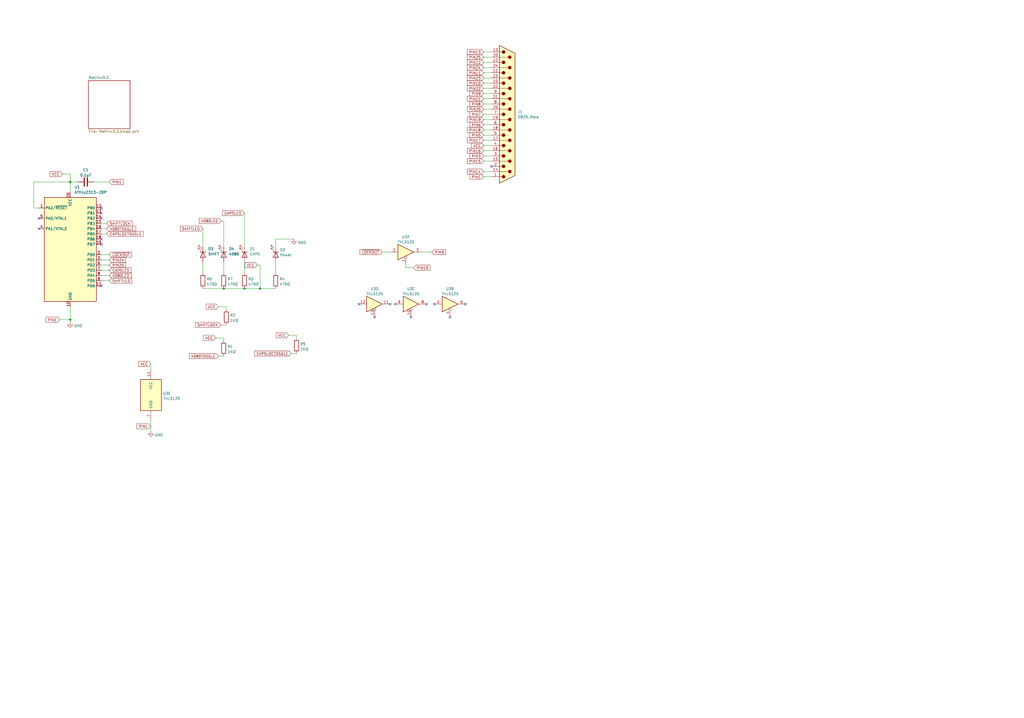
<source format=kicad_sch>
(kicad_sch (version 20230121) (generator eeschema)

  (uuid 9be9b591-99cd-4b8c-97e2-50963481edd1)

  (paper "User" 499.999 350.799)

  (title_block
    (title "C128-D KEYBOARD")
    (date "2024-09-08")
    (rev "0.9")
  )

  (lib_symbols
    (symbol "74xx:74LS125" (pin_names (offset 1.016)) (in_bom yes) (on_board yes)
      (property "Reference" "U" (at 0 1.27 0)
        (effects (font (size 1.27 1.27)))
      )
      (property "Value" "74LS125" (at 0 -1.27 0)
        (effects (font (size 1.27 1.27)))
      )
      (property "Footprint" "" (at 0 0 0)
        (effects (font (size 1.27 1.27)) hide)
      )
      (property "Datasheet" "http://www.ti.com/lit/gpn/sn74LS125" (at 0 0 0)
        (effects (font (size 1.27 1.27)) hide)
      )
      (property "ki_locked" "" (at 0 0 0)
        (effects (font (size 1.27 1.27)))
      )
      (property "ki_keywords" "TTL buffer 3State" (at 0 0 0)
        (effects (font (size 1.27 1.27)) hide)
      )
      (property "ki_description" "Quad buffer 3-State outputs" (at 0 0 0)
        (effects (font (size 1.27 1.27)) hide)
      )
      (property "ki_fp_filters" "DIP*W7.62mm*" (at 0 0 0)
        (effects (font (size 1.27 1.27)) hide)
      )
      (symbol "74LS125_1_0"
        (polyline
          (pts
            (xy -3.81 3.81)
            (xy -3.81 -3.81)
            (xy 3.81 0)
            (xy -3.81 3.81)
          )
          (stroke (width 0.254) (type default))
          (fill (type background))
        )
        (pin input inverted (at 0 -6.35 90) (length 4.445)
          (name "~" (effects (font (size 1.27 1.27))))
          (number "1" (effects (font (size 1.27 1.27))))
        )
        (pin input line (at -7.62 0 0) (length 3.81)
          (name "~" (effects (font (size 1.27 1.27))))
          (number "2" (effects (font (size 1.27 1.27))))
        )
        (pin tri_state line (at 7.62 0 180) (length 3.81)
          (name "~" (effects (font (size 1.27 1.27))))
          (number "3" (effects (font (size 1.27 1.27))))
        )
      )
      (symbol "74LS125_2_0"
        (polyline
          (pts
            (xy -3.81 3.81)
            (xy -3.81 -3.81)
            (xy 3.81 0)
            (xy -3.81 3.81)
          )
          (stroke (width 0.254) (type default))
          (fill (type background))
        )
        (pin input inverted (at 0 -6.35 90) (length 4.445)
          (name "~" (effects (font (size 1.27 1.27))))
          (number "4" (effects (font (size 1.27 1.27))))
        )
        (pin input line (at -7.62 0 0) (length 3.81)
          (name "~" (effects (font (size 1.27 1.27))))
          (number "5" (effects (font (size 1.27 1.27))))
        )
        (pin tri_state line (at 7.62 0 180) (length 3.81)
          (name "~" (effects (font (size 1.27 1.27))))
          (number "6" (effects (font (size 1.27 1.27))))
        )
      )
      (symbol "74LS125_3_0"
        (polyline
          (pts
            (xy -3.81 3.81)
            (xy -3.81 -3.81)
            (xy 3.81 0)
            (xy -3.81 3.81)
          )
          (stroke (width 0.254) (type default))
          (fill (type background))
        )
        (pin input inverted (at 0 -6.35 90) (length 4.445)
          (name "~" (effects (font (size 1.27 1.27))))
          (number "10" (effects (font (size 1.27 1.27))))
        )
        (pin tri_state line (at 7.62 0 180) (length 3.81)
          (name "~" (effects (font (size 1.27 1.27))))
          (number "8" (effects (font (size 1.27 1.27))))
        )
        (pin input line (at -7.62 0 0) (length 3.81)
          (name "~" (effects (font (size 1.27 1.27))))
          (number "9" (effects (font (size 1.27 1.27))))
        )
      )
      (symbol "74LS125_4_0"
        (polyline
          (pts
            (xy -3.81 3.81)
            (xy -3.81 -3.81)
            (xy 3.81 0)
            (xy -3.81 3.81)
          )
          (stroke (width 0.254) (type default))
          (fill (type background))
        )
        (pin tri_state line (at 7.62 0 180) (length 3.81)
          (name "~" (effects (font (size 1.27 1.27))))
          (number "11" (effects (font (size 1.27 1.27))))
        )
        (pin input line (at -7.62 0 0) (length 3.81)
          (name "~" (effects (font (size 1.27 1.27))))
          (number "12" (effects (font (size 1.27 1.27))))
        )
        (pin input inverted (at 0 -6.35 90) (length 4.445)
          (name "~" (effects (font (size 1.27 1.27))))
          (number "13" (effects (font (size 1.27 1.27))))
        )
      )
      (symbol "74LS125_5_0"
        (pin power_in line (at 0 12.7 270) (length 5.08)
          (name "VCC" (effects (font (size 1.27 1.27))))
          (number "14" (effects (font (size 1.27 1.27))))
        )
        (pin power_in line (at 0 -12.7 90) (length 5.08)
          (name "GND" (effects (font (size 1.27 1.27))))
          (number "7" (effects (font (size 1.27 1.27))))
        )
      )
      (symbol "74LS125_5_1"
        (rectangle (start -5.08 7.62) (end 5.08 -7.62)
          (stroke (width 0.254) (type default))
          (fill (type background))
        )
      )
    )
    (symbol "Connector:DB25_Male" (pin_names (offset 1.016) hide) (in_bom yes) (on_board yes)
      (property "Reference" "J" (at 0 34.29 0)
        (effects (font (size 1.27 1.27)))
      )
      (property "Value" "DB25_Male" (at 0 -34.925 0)
        (effects (font (size 1.27 1.27)))
      )
      (property "Footprint" "" (at 0 0 0)
        (effects (font (size 1.27 1.27)) hide)
      )
      (property "Datasheet" " ~" (at 0 0 0)
        (effects (font (size 1.27 1.27)) hide)
      )
      (property "ki_keywords" "male D-SUB connector" (at 0 0 0)
        (effects (font (size 1.27 1.27)) hide)
      )
      (property "ki_description" "25-pin male D-SUB connector" (at 0 0 0)
        (effects (font (size 1.27 1.27)) hide)
      )
      (property "ki_fp_filters" "DSUB*Male*" (at 0 0 0)
        (effects (font (size 1.27 1.27)) hide)
      )
      (symbol "DB25_Male_0_1"
        (circle (center -1.778 -30.48) (radius 0.762)
          (stroke (width 0) (type default))
          (fill (type outline))
        )
        (circle (center -1.778 -25.4) (radius 0.762)
          (stroke (width 0) (type default))
          (fill (type outline))
        )
        (circle (center -1.778 -20.32) (radius 0.762)
          (stroke (width 0) (type default))
          (fill (type outline))
        )
        (circle (center -1.778 -15.24) (radius 0.762)
          (stroke (width 0) (type default))
          (fill (type outline))
        )
        (circle (center -1.778 -10.16) (radius 0.762)
          (stroke (width 0) (type default))
          (fill (type outline))
        )
        (circle (center -1.778 -5.08) (radius 0.762)
          (stroke (width 0) (type default))
          (fill (type outline))
        )
        (circle (center -1.778 0) (radius 0.762)
          (stroke (width 0) (type default))
          (fill (type outline))
        )
        (circle (center -1.778 5.08) (radius 0.762)
          (stroke (width 0) (type default))
          (fill (type outline))
        )
        (circle (center -1.778 10.16) (radius 0.762)
          (stroke (width 0) (type default))
          (fill (type outline))
        )
        (circle (center -1.778 15.24) (radius 0.762)
          (stroke (width 0) (type default))
          (fill (type outline))
        )
        (circle (center -1.778 20.32) (radius 0.762)
          (stroke (width 0) (type default))
          (fill (type outline))
        )
        (circle (center -1.778 25.4) (radius 0.762)
          (stroke (width 0) (type default))
          (fill (type outline))
        )
        (circle (center -1.778 30.48) (radius 0.762)
          (stroke (width 0) (type default))
          (fill (type outline))
        )
        (polyline
          (pts
            (xy -3.81 -30.48)
            (xy -2.54 -30.48)
          )
          (stroke (width 0) (type default))
          (fill (type none))
        )
        (polyline
          (pts
            (xy -3.81 -27.94)
            (xy 0.508 -27.94)
          )
          (stroke (width 0) (type default))
          (fill (type none))
        )
        (polyline
          (pts
            (xy -3.81 -25.4)
            (xy -2.54 -25.4)
          )
          (stroke (width 0) (type default))
          (fill (type none))
        )
        (polyline
          (pts
            (xy -3.81 -22.86)
            (xy 0.508 -22.86)
          )
          (stroke (width 0) (type default))
          (fill (type none))
        )
        (polyline
          (pts
            (xy -3.81 -20.32)
            (xy -2.54 -20.32)
          )
          (stroke (width 0) (type default))
          (fill (type none))
        )
        (polyline
          (pts
            (xy -3.81 -17.78)
            (xy 0.508 -17.78)
          )
          (stroke (width 0) (type default))
          (fill (type none))
        )
        (polyline
          (pts
            (xy -3.81 -15.24)
            (xy -2.54 -15.24)
          )
          (stroke (width 0) (type default))
          (fill (type none))
        )
        (polyline
          (pts
            (xy -3.81 -12.7)
            (xy 0.508 -12.7)
          )
          (stroke (width 0) (type default))
          (fill (type none))
        )
        (polyline
          (pts
            (xy -3.81 -10.16)
            (xy -2.54 -10.16)
          )
          (stroke (width 0) (type default))
          (fill (type none))
        )
        (polyline
          (pts
            (xy -3.81 -7.62)
            (xy 0.508 -7.62)
          )
          (stroke (width 0) (type default))
          (fill (type none))
        )
        (polyline
          (pts
            (xy -3.81 -5.08)
            (xy -2.54 -5.08)
          )
          (stroke (width 0) (type default))
          (fill (type none))
        )
        (polyline
          (pts
            (xy -3.81 -2.54)
            (xy 0.508 -2.54)
          )
          (stroke (width 0) (type default))
          (fill (type none))
        )
        (polyline
          (pts
            (xy -3.81 0)
            (xy -2.54 0)
          )
          (stroke (width 0) (type default))
          (fill (type none))
        )
        (polyline
          (pts
            (xy -3.81 2.54)
            (xy 0.508 2.54)
          )
          (stroke (width 0) (type default))
          (fill (type none))
        )
        (polyline
          (pts
            (xy -3.81 5.08)
            (xy -2.54 5.08)
          )
          (stroke (width 0) (type default))
          (fill (type none))
        )
        (polyline
          (pts
            (xy -3.81 7.62)
            (xy 0.508 7.62)
          )
          (stroke (width 0) (type default))
          (fill (type none))
        )
        (polyline
          (pts
            (xy -3.81 10.16)
            (xy -2.54 10.16)
          )
          (stroke (width 0) (type default))
          (fill (type none))
        )
        (polyline
          (pts
            (xy -3.81 12.7)
            (xy 0.508 12.7)
          )
          (stroke (width 0) (type default))
          (fill (type none))
        )
        (polyline
          (pts
            (xy -3.81 15.24)
            (xy -2.54 15.24)
          )
          (stroke (width 0) (type default))
          (fill (type none))
        )
        (polyline
          (pts
            (xy -3.81 17.78)
            (xy 0.508 17.78)
          )
          (stroke (width 0) (type default))
          (fill (type none))
        )
        (polyline
          (pts
            (xy -3.81 20.32)
            (xy -2.54 20.32)
          )
          (stroke (width 0) (type default))
          (fill (type none))
        )
        (polyline
          (pts
            (xy -3.81 22.86)
            (xy 0.508 22.86)
          )
          (stroke (width 0) (type default))
          (fill (type none))
        )
        (polyline
          (pts
            (xy -3.81 25.4)
            (xy -2.54 25.4)
          )
          (stroke (width 0) (type default))
          (fill (type none))
        )
        (polyline
          (pts
            (xy -3.81 27.94)
            (xy 0.508 27.94)
          )
          (stroke (width 0) (type default))
          (fill (type none))
        )
        (polyline
          (pts
            (xy -3.81 30.48)
            (xy -2.54 30.48)
          )
          (stroke (width 0) (type default))
          (fill (type none))
        )
        (polyline
          (pts
            (xy -3.81 -33.655)
            (xy 3.81 -29.845)
            (xy 3.81 29.845)
            (xy -3.81 33.655)
            (xy -3.81 -33.655)
          )
          (stroke (width 0.254) (type default))
          (fill (type background))
        )
        (circle (center 1.27 -27.94) (radius 0.762)
          (stroke (width 0) (type default))
          (fill (type outline))
        )
        (circle (center 1.27 -22.86) (radius 0.762)
          (stroke (width 0) (type default))
          (fill (type outline))
        )
        (circle (center 1.27 -17.78) (radius 0.762)
          (stroke (width 0) (type default))
          (fill (type outline))
        )
        (circle (center 1.27 -12.7) (radius 0.762)
          (stroke (width 0) (type default))
          (fill (type outline))
        )
        (circle (center 1.27 -7.62) (radius 0.762)
          (stroke (width 0) (type default))
          (fill (type outline))
        )
        (circle (center 1.27 -2.54) (radius 0.762)
          (stroke (width 0) (type default))
          (fill (type outline))
        )
        (circle (center 1.27 2.54) (radius 0.762)
          (stroke (width 0) (type default))
          (fill (type outline))
        )
        (circle (center 1.27 7.62) (radius 0.762)
          (stroke (width 0) (type default))
          (fill (type outline))
        )
        (circle (center 1.27 12.7) (radius 0.762)
          (stroke (width 0) (type default))
          (fill (type outline))
        )
        (circle (center 1.27 17.78) (radius 0.762)
          (stroke (width 0) (type default))
          (fill (type outline))
        )
        (circle (center 1.27 22.86) (radius 0.762)
          (stroke (width 0) (type default))
          (fill (type outline))
        )
        (circle (center 1.27 27.94) (radius 0.762)
          (stroke (width 0) (type default))
          (fill (type outline))
        )
      )
      (symbol "DB25_Male_1_1"
        (pin passive line (at -7.62 -30.48 0) (length 3.81)
          (name "1" (effects (font (size 1.27 1.27))))
          (number "1" (effects (font (size 1.27 1.27))))
        )
        (pin passive line (at -7.62 15.24 0) (length 3.81)
          (name "10" (effects (font (size 1.27 1.27))))
          (number "10" (effects (font (size 1.27 1.27))))
        )
        (pin passive line (at -7.62 20.32 0) (length 3.81)
          (name "11" (effects (font (size 1.27 1.27))))
          (number "11" (effects (font (size 1.27 1.27))))
        )
        (pin passive line (at -7.62 25.4 0) (length 3.81)
          (name "12" (effects (font (size 1.27 1.27))))
          (number "12" (effects (font (size 1.27 1.27))))
        )
        (pin passive line (at -7.62 30.48 0) (length 3.81)
          (name "13" (effects (font (size 1.27 1.27))))
          (number "13" (effects (font (size 1.27 1.27))))
        )
        (pin passive line (at -7.62 -27.94 0) (length 3.81)
          (name "P14" (effects (font (size 1.27 1.27))))
          (number "14" (effects (font (size 1.27 1.27))))
        )
        (pin passive line (at -7.62 -22.86 0) (length 3.81)
          (name "P15" (effects (font (size 1.27 1.27))))
          (number "15" (effects (font (size 1.27 1.27))))
        )
        (pin passive line (at -7.62 -17.78 0) (length 3.81)
          (name "P16" (effects (font (size 1.27 1.27))))
          (number "16" (effects (font (size 1.27 1.27))))
        )
        (pin passive line (at -7.62 -12.7 0) (length 3.81)
          (name "P17" (effects (font (size 1.27 1.27))))
          (number "17" (effects (font (size 1.27 1.27))))
        )
        (pin passive line (at -7.62 -7.62 0) (length 3.81)
          (name "P18" (effects (font (size 1.27 1.27))))
          (number "18" (effects (font (size 1.27 1.27))))
        )
        (pin passive line (at -7.62 -2.54 0) (length 3.81)
          (name "P19" (effects (font (size 1.27 1.27))))
          (number "19" (effects (font (size 1.27 1.27))))
        )
        (pin passive line (at -7.62 -25.4 0) (length 3.81)
          (name "2" (effects (font (size 1.27 1.27))))
          (number "2" (effects (font (size 1.27 1.27))))
        )
        (pin passive line (at -7.62 2.54 0) (length 3.81)
          (name "P20" (effects (font (size 1.27 1.27))))
          (number "20" (effects (font (size 1.27 1.27))))
        )
        (pin passive line (at -7.62 7.62 0) (length 3.81)
          (name "P21" (effects (font (size 1.27 1.27))))
          (number "21" (effects (font (size 1.27 1.27))))
        )
        (pin passive line (at -7.62 12.7 0) (length 3.81)
          (name "P22" (effects (font (size 1.27 1.27))))
          (number "22" (effects (font (size 1.27 1.27))))
        )
        (pin passive line (at -7.62 17.78 0) (length 3.81)
          (name "P23" (effects (font (size 1.27 1.27))))
          (number "23" (effects (font (size 1.27 1.27))))
        )
        (pin passive line (at -7.62 22.86 0) (length 3.81)
          (name "P24" (effects (font (size 1.27 1.27))))
          (number "24" (effects (font (size 1.27 1.27))))
        )
        (pin passive line (at -7.62 27.94 0) (length 3.81)
          (name "P25" (effects (font (size 1.27 1.27))))
          (number "25" (effects (font (size 1.27 1.27))))
        )
        (pin passive line (at -7.62 -20.32 0) (length 3.81)
          (name "3" (effects (font (size 1.27 1.27))))
          (number "3" (effects (font (size 1.27 1.27))))
        )
        (pin passive line (at -7.62 -15.24 0) (length 3.81)
          (name "4" (effects (font (size 1.27 1.27))))
          (number "4" (effects (font (size 1.27 1.27))))
        )
        (pin passive line (at -7.62 -10.16 0) (length 3.81)
          (name "5" (effects (font (size 1.27 1.27))))
          (number "5" (effects (font (size 1.27 1.27))))
        )
        (pin passive line (at -7.62 -5.08 0) (length 3.81)
          (name "6" (effects (font (size 1.27 1.27))))
          (number "6" (effects (font (size 1.27 1.27))))
        )
        (pin passive line (at -7.62 0 0) (length 3.81)
          (name "7" (effects (font (size 1.27 1.27))))
          (number "7" (effects (font (size 1.27 1.27))))
        )
        (pin passive line (at -7.62 5.08 0) (length 3.81)
          (name "8" (effects (font (size 1.27 1.27))))
          (number "8" (effects (font (size 1.27 1.27))))
        )
        (pin passive line (at -7.62 10.16 0) (length 3.81)
          (name "9" (effects (font (size 1.27 1.27))))
          (number "9" (effects (font (size 1.27 1.27))))
        )
      )
    )
    (symbol "Device:C" (pin_numbers hide) (pin_names (offset 0.254)) (in_bom yes) (on_board yes)
      (property "Reference" "C" (at 0.635 2.54 0)
        (effects (font (size 1.27 1.27)) (justify left))
      )
      (property "Value" "C" (at 0.635 -2.54 0)
        (effects (font (size 1.27 1.27)) (justify left))
      )
      (property "Footprint" "" (at 0.9652 -3.81 0)
        (effects (font (size 1.27 1.27)) hide)
      )
      (property "Datasheet" "~" (at 0 0 0)
        (effects (font (size 1.27 1.27)) hide)
      )
      (property "ki_keywords" "cap capacitor" (at 0 0 0)
        (effects (font (size 1.27 1.27)) hide)
      )
      (property "ki_description" "Unpolarized capacitor" (at 0 0 0)
        (effects (font (size 1.27 1.27)) hide)
      )
      (property "ki_fp_filters" "C_*" (at 0 0 0)
        (effects (font (size 1.27 1.27)) hide)
      )
      (symbol "C_0_1"
        (polyline
          (pts
            (xy -2.032 -0.762)
            (xy 2.032 -0.762)
          )
          (stroke (width 0.508) (type default))
          (fill (type none))
        )
        (polyline
          (pts
            (xy -2.032 0.762)
            (xy 2.032 0.762)
          )
          (stroke (width 0.508) (type default))
          (fill (type none))
        )
      )
      (symbol "C_1_1"
        (pin passive line (at 0 3.81 270) (length 2.794)
          (name "~" (effects (font (size 1.27 1.27))))
          (number "1" (effects (font (size 1.27 1.27))))
        )
        (pin passive line (at 0 -3.81 90) (length 2.794)
          (name "~" (effects (font (size 1.27 1.27))))
          (number "2" (effects (font (size 1.27 1.27))))
        )
      )
    )
    (symbol "Device:LED" (pin_numbers hide) (pin_names (offset 1.016) hide) (in_bom yes) (on_board yes)
      (property "Reference" "D" (at 0 2.54 0)
        (effects (font (size 1.27 1.27)))
      )
      (property "Value" "LED" (at 0 -2.54 0)
        (effects (font (size 1.27 1.27)))
      )
      (property "Footprint" "" (at 0 0 0)
        (effects (font (size 1.27 1.27)) hide)
      )
      (property "Datasheet" "~" (at 0 0 0)
        (effects (font (size 1.27 1.27)) hide)
      )
      (property "ki_keywords" "LED diode" (at 0 0 0)
        (effects (font (size 1.27 1.27)) hide)
      )
      (property "ki_description" "Light emitting diode" (at 0 0 0)
        (effects (font (size 1.27 1.27)) hide)
      )
      (property "ki_fp_filters" "LED* LED_SMD:* LED_THT:*" (at 0 0 0)
        (effects (font (size 1.27 1.27)) hide)
      )
      (symbol "LED_0_1"
        (polyline
          (pts
            (xy -1.27 -1.27)
            (xy -1.27 1.27)
          )
          (stroke (width 0.254) (type default))
          (fill (type none))
        )
        (polyline
          (pts
            (xy -1.27 0)
            (xy 1.27 0)
          )
          (stroke (width 0) (type default))
          (fill (type none))
        )
        (polyline
          (pts
            (xy 1.27 -1.27)
            (xy 1.27 1.27)
            (xy -1.27 0)
            (xy 1.27 -1.27)
          )
          (stroke (width 0.254) (type default))
          (fill (type none))
        )
        (polyline
          (pts
            (xy -3.048 -0.762)
            (xy -4.572 -2.286)
            (xy -3.81 -2.286)
            (xy -4.572 -2.286)
            (xy -4.572 -1.524)
          )
          (stroke (width 0) (type default))
          (fill (type none))
        )
        (polyline
          (pts
            (xy -1.778 -0.762)
            (xy -3.302 -2.286)
            (xy -2.54 -2.286)
            (xy -3.302 -2.286)
            (xy -3.302 -1.524)
          )
          (stroke (width 0) (type default))
          (fill (type none))
        )
      )
      (symbol "LED_1_1"
        (pin passive line (at -3.81 0 0) (length 2.54)
          (name "K" (effects (font (size 1.27 1.27))))
          (number "1" (effects (font (size 1.27 1.27))))
        )
        (pin passive line (at 3.81 0 180) (length 2.54)
          (name "A" (effects (font (size 1.27 1.27))))
          (number "2" (effects (font (size 1.27 1.27))))
        )
      )
    )
    (symbol "Device:R" (pin_numbers hide) (pin_names (offset 0)) (in_bom yes) (on_board yes)
      (property "Reference" "R" (at 2.032 0 90)
        (effects (font (size 1.27 1.27)))
      )
      (property "Value" "R" (at 0 0 90)
        (effects (font (size 1.27 1.27)))
      )
      (property "Footprint" "" (at -1.778 0 90)
        (effects (font (size 1.27 1.27)) hide)
      )
      (property "Datasheet" "~" (at 0 0 0)
        (effects (font (size 1.27 1.27)) hide)
      )
      (property "ki_keywords" "R res resistor" (at 0 0 0)
        (effects (font (size 1.27 1.27)) hide)
      )
      (property "ki_description" "Resistor" (at 0 0 0)
        (effects (font (size 1.27 1.27)) hide)
      )
      (property "ki_fp_filters" "R_*" (at 0 0 0)
        (effects (font (size 1.27 1.27)) hide)
      )
      (symbol "R_0_1"
        (rectangle (start -1.016 -2.54) (end 1.016 2.54)
          (stroke (width 0.254) (type default))
          (fill (type none))
        )
      )
      (symbol "R_1_1"
        (pin passive line (at 0 3.81 270) (length 1.27)
          (name "~" (effects (font (size 1.27 1.27))))
          (number "1" (effects (font (size 1.27 1.27))))
        )
        (pin passive line (at 0 -3.81 90) (length 1.27)
          (name "~" (effects (font (size 1.27 1.27))))
          (number "2" (effects (font (size 1.27 1.27))))
        )
      )
    )
    (symbol "MCU_Microchip_ATtiny:ATtiny2313-20P" (in_bom yes) (on_board yes)
      (property "Reference" "U" (at -12.7 26.67 0)
        (effects (font (size 1.27 1.27)) (justify left bottom))
      )
      (property "Value" "ATtiny2313-20P" (at 2.54 -26.67 0)
        (effects (font (size 1.27 1.27)) (justify left top))
      )
      (property "Footprint" "Package_DIP:DIP-20_W7.62mm" (at 0 0 0)
        (effects (font (size 1.27 1.27) italic) hide)
      )
      (property "Datasheet" "http://ww1.microchip.com/downloads/en/DeviceDoc/Atmel-2543-AVR-ATtiny2313_Datasheet.pdf" (at 0 0 0)
        (effects (font (size 1.27 1.27)) hide)
      )
      (property "ki_keywords" "AVR 8bit Microcontroller tinyAVR" (at 0 0 0)
        (effects (font (size 1.27 1.27)) hide)
      )
      (property "ki_description" "20MHz, 2kB Flash, 128B SRAM, 128B EEPROM, debugWIRE, DIP-20" (at 0 0 0)
        (effects (font (size 1.27 1.27)) hide)
      )
      (property "ki_fp_filters" "DIP*W7.62mm*" (at 0 0 0)
        (effects (font (size 1.27 1.27)) hide)
      )
      (symbol "ATtiny2313-20P_0_1"
        (rectangle (start -12.7 -25.4) (end 12.7 25.4)
          (stroke (width 0.254) (type default))
          (fill (type background))
        )
      )
      (symbol "ATtiny2313-20P_1_1"
        (pin bidirectional line (at -15.24 20.32 0) (length 2.54)
          (name "PA2/~{RESET}" (effects (font (size 1.27 1.27))))
          (number "1" (effects (font (size 1.27 1.27))))
        )
        (pin power_in line (at 0 -27.94 90) (length 2.54)
          (name "GND" (effects (font (size 1.27 1.27))))
          (number "10" (effects (font (size 1.27 1.27))))
        )
        (pin bidirectional line (at 15.24 -17.78 180) (length 2.54)
          (name "PD6" (effects (font (size 1.27 1.27))))
          (number "11" (effects (font (size 1.27 1.27))))
        )
        (pin bidirectional line (at 15.24 20.32 180) (length 2.54)
          (name "PB0" (effects (font (size 1.27 1.27))))
          (number "12" (effects (font (size 1.27 1.27))))
        )
        (pin bidirectional line (at 15.24 17.78 180) (length 2.54)
          (name "PB1" (effects (font (size 1.27 1.27))))
          (number "13" (effects (font (size 1.27 1.27))))
        )
        (pin bidirectional line (at 15.24 15.24 180) (length 2.54)
          (name "PB2" (effects (font (size 1.27 1.27))))
          (number "14" (effects (font (size 1.27 1.27))))
        )
        (pin bidirectional line (at 15.24 12.7 180) (length 2.54)
          (name "PB3" (effects (font (size 1.27 1.27))))
          (number "15" (effects (font (size 1.27 1.27))))
        )
        (pin bidirectional line (at 15.24 10.16 180) (length 2.54)
          (name "PB4" (effects (font (size 1.27 1.27))))
          (number "16" (effects (font (size 1.27 1.27))))
        )
        (pin bidirectional line (at 15.24 7.62 180) (length 2.54)
          (name "PB5" (effects (font (size 1.27 1.27))))
          (number "17" (effects (font (size 1.27 1.27))))
        )
        (pin bidirectional line (at 15.24 5.08 180) (length 2.54)
          (name "PB6" (effects (font (size 1.27 1.27))))
          (number "18" (effects (font (size 1.27 1.27))))
        )
        (pin bidirectional line (at 15.24 2.54 180) (length 2.54)
          (name "PB7" (effects (font (size 1.27 1.27))))
          (number "19" (effects (font (size 1.27 1.27))))
        )
        (pin bidirectional line (at 15.24 -2.54 180) (length 2.54)
          (name "PD0" (effects (font (size 1.27 1.27))))
          (number "2" (effects (font (size 1.27 1.27))))
        )
        (pin power_in line (at 0 27.94 270) (length 2.54)
          (name "VCC" (effects (font (size 1.27 1.27))))
          (number "20" (effects (font (size 1.27 1.27))))
        )
        (pin bidirectional line (at 15.24 -5.08 180) (length 2.54)
          (name "PD1" (effects (font (size 1.27 1.27))))
          (number "3" (effects (font (size 1.27 1.27))))
        )
        (pin bidirectional line (at -15.24 10.16 0) (length 2.54)
          (name "PA1/XTAL2" (effects (font (size 1.27 1.27))))
          (number "4" (effects (font (size 1.27 1.27))))
        )
        (pin bidirectional line (at -15.24 15.24 0) (length 2.54)
          (name "PA0/XTAL1" (effects (font (size 1.27 1.27))))
          (number "5" (effects (font (size 1.27 1.27))))
        )
        (pin bidirectional line (at 15.24 -7.62 180) (length 2.54)
          (name "PD2" (effects (font (size 1.27 1.27))))
          (number "6" (effects (font (size 1.27 1.27))))
        )
        (pin bidirectional line (at 15.24 -10.16 180) (length 2.54)
          (name "PD3" (effects (font (size 1.27 1.27))))
          (number "7" (effects (font (size 1.27 1.27))))
        )
        (pin bidirectional line (at 15.24 -12.7 180) (length 2.54)
          (name "PD4" (effects (font (size 1.27 1.27))))
          (number "8" (effects (font (size 1.27 1.27))))
        )
        (pin bidirectional line (at 15.24 -15.24 180) (length 2.54)
          (name "PD5" (effects (font (size 1.27 1.27))))
          (number "9" (effects (font (size 1.27 1.27))))
        )
      )
    )
    (symbol "power:GND" (power) (pin_names (offset 0)) (in_bom yes) (on_board yes)
      (property "Reference" "#PWR" (at 0 -6.35 0)
        (effects (font (size 1.27 1.27)) hide)
      )
      (property "Value" "GND" (at 0 -3.81 0)
        (effects (font (size 1.27 1.27)))
      )
      (property "Footprint" "" (at 0 0 0)
        (effects (font (size 1.27 1.27)) hide)
      )
      (property "Datasheet" "" (at 0 0 0)
        (effects (font (size 1.27 1.27)) hide)
      )
      (property "ki_keywords" "power-flag" (at 0 0 0)
        (effects (font (size 1.27 1.27)) hide)
      )
      (property "ki_description" "Power symbol creates a global label with name \"GND\" , ground" (at 0 0 0)
        (effects (font (size 1.27 1.27)) hide)
      )
      (symbol "GND_0_1"
        (polyline
          (pts
            (xy 0 0)
            (xy 0 -1.27)
            (xy 1.27 -1.27)
            (xy 0 -2.54)
            (xy -1.27 -1.27)
            (xy 0 -1.27)
          )
          (stroke (width 0) (type default))
          (fill (type none))
        )
      )
      (symbol "GND_1_1"
        (pin power_in line (at 0 0 270) (length 0) hide
          (name "GND" (effects (font (size 1.27 1.27))))
          (number "1" (effects (font (size 1.27 1.27))))
        )
      )
    )
  )

  (junction (at 109.22 140.97) (diameter 0) (color 0 0 0 0)
    (uuid 160c8937-2b57-46c5-b85f-278b0700f1de)
  )
  (junction (at 34.29 156.21) (diameter 0) (color 0 0 0 0)
    (uuid 3a9741b3-c288-4df2-a5f1-33357633693f)
  )
  (junction (at 127 140.97) (diameter 0) (color 0 0 0 0)
    (uuid 92b70449-cc0f-4038-993d-83d2cdb008af)
  )
  (junction (at 119.38 140.97) (diameter 0) (color 0 0 0 0)
    (uuid a376ecb3-2d93-444d-9074-5fc4421ce00a)
  )
  (junction (at 34.29 88.9) (diameter 0) (color 0 0 0 0)
    (uuid a642a3dc-d506-4529-9cd0-f9d2696d57f7)
  )

  (no_connect (at 193.04 148.59) (uuid 0626dec9-0233-424b-92f1-57d5ffbbd3a0))
  (no_connect (at 19.05 111.76) (uuid 2832d0d2-66fc-4d4e-8223-d640b21586f8))
  (no_connect (at 200.66 154.94) (uuid 2c6a5484-088b-4330-bb01-409a291f9e95))
  (no_connect (at 49.53 106.68) (uuid 3184462c-eab6-4bc5-99cd-594ad088c1fd))
  (no_connect (at 227.33 148.59) (uuid 3c8aa88b-7c60-4b7b-bcb2-75c196c56f7b))
  (no_connect (at 190.5 148.59) (uuid 41a168cd-c02b-418b-928a-b9b39136b1ad))
  (no_connect (at 175.26 148.59) (uuid 6d175f0b-155f-47ae-9eb7-a3450ec97c58))
  (no_connect (at 49.53 104.14) (uuid 6d213c42-3585-42a7-855a-b300f0f361ec))
  (no_connect (at 49.53 139.7) (uuid 6dcc596d-b84c-440e-875f-71759f1e1201))
  (no_connect (at 208.28 148.59) (uuid 70971a27-77b3-496b-a26f-4b86d6430b38))
  (no_connect (at 49.53 101.6) (uuid 8ca7187f-fee7-48e9-a296-f9f29666044b))
  (no_connect (at 19.05 106.68) (uuid 94210f61-3e45-4bdb-91ec-a0f913146656))
  (no_connect (at 182.88 154.94) (uuid a0b89ab5-10de-436d-9f70-8df203b8f1f3))
  (no_connect (at 49.53 119.38) (uuid a7ea09cb-a040-4a34-99ef-7b2d33c330d0))
  (no_connect (at 212.09 148.59) (uuid acb761f7-6463-40e6-8c90-acf3099c67a5))
  (no_connect (at 240.03 81.28) (uuid d192bfbb-90c2-45e8-814f-2272a29318a7))
  (no_connect (at 49.53 116.84) (uuid e3e8d303-be23-405e-b860-91b3be2a4c41))
  (no_connect (at 219.71 154.94) (uuid e504f539-60d5-4ae7-a5dc-91666c50e37e))

  (wire (pts (xy 34.29 88.9) (xy 38.1 88.9))
    (stroke (width 0) (type default))
    (uuid 00a487d9-46df-45d3-bdfa-86c3ed3c920f)
  )
  (wire (pts (xy 127 140.97) (xy 134.62 140.97))
    (stroke (width 0) (type default))
    (uuid 02a2eb3b-c255-466c-8093-d90c37eeadbc)
  )
  (wire (pts (xy 109.22 165.1) (xy 109.22 166.37))
    (stroke (width 0) (type default))
    (uuid 03c6fc26-b24f-4d03-bc86-21ec54c39901)
  )
  (wire (pts (xy 99.06 128.27) (xy 99.06 133.35))
    (stroke (width 0) (type default))
    (uuid 0bece1db-38de-4a09-9496-aedb190f91e1)
  )
  (wire (pts (xy 127 129.54) (xy 125.73 129.54))
    (stroke (width 0) (type default))
    (uuid 0c24aa85-94b7-419d-8d6a-826b9e59a610)
  )
  (wire (pts (xy 144.78 163.83) (xy 144.78 165.1))
    (stroke (width 0) (type default))
    (uuid 0eadcc27-8ae2-4230-8df3-479853bec5ba)
  )
  (wire (pts (xy 236.22 63.5) (xy 240.03 63.5))
    (stroke (width 0) (type default))
    (uuid 0fcbb5d3-9712-461b-8124-16e149f9ace4)
  )
  (wire (pts (xy 236.22 40.64) (xy 240.03 40.64))
    (stroke (width 0) (type default))
    (uuid 1778ae95-f799-4418-aa73-e89d66ee9642)
  )
  (wire (pts (xy 109.22 107.95) (xy 107.95 107.95))
    (stroke (width 0) (type default))
    (uuid 1b1f0efb-aeb7-4ba5-b364-5321d963bc17)
  )
  (wire (pts (xy 236.22 43.18) (xy 240.03 43.18))
    (stroke (width 0) (type default))
    (uuid 1c5810b7-8891-48c4-995a-1c7420eff1fd)
  )
  (wire (pts (xy 198.12 130.81) (xy 201.93 130.81))
    (stroke (width 0) (type default))
    (uuid 1ca5cb41-c7df-4061-b969-ea5cacf3f5ab)
  )
  (wire (pts (xy 236.22 53.34) (xy 240.03 53.34))
    (stroke (width 0) (type default))
    (uuid 1cba819c-67ed-4d56-9f81-db4889651a21)
  )
  (wire (pts (xy 30.48 85.09) (xy 34.29 85.09))
    (stroke (width 0) (type default))
    (uuid 231bb6c5-ef4b-4369-b041-1cbbbe2c53b3)
  )
  (wire (pts (xy 142.24 172.72) (xy 144.78 172.72))
    (stroke (width 0) (type default))
    (uuid 25fec082-fbe4-4d99-9ff2-9da813118fb3)
  )
  (wire (pts (xy 34.29 149.86) (xy 34.29 156.21))
    (stroke (width 0) (type default))
    (uuid 283fe696-eefb-45c2-a6ae-03f8a16cdd03)
  )
  (wire (pts (xy 236.22 27.94) (xy 240.03 27.94))
    (stroke (width 0) (type default))
    (uuid 32ac66fe-7707-4e98-8eff-af5678baeb2b)
  )
  (wire (pts (xy 236.22 71.12) (xy 240.03 71.12))
    (stroke (width 0) (type default))
    (uuid 36d60357-2e2c-4762-9f1e-8e18624e311a)
  )
  (wire (pts (xy 49.53 124.46) (xy 53.34 124.46))
    (stroke (width 0) (type default))
    (uuid 3d840389-a887-40ee-892d-2f567c5780c3)
  )
  (wire (pts (xy 236.22 78.74) (xy 240.03 78.74))
    (stroke (width 0) (type default))
    (uuid 41233725-2f3f-4676-a81b-dbbd15d402dd)
  )
  (wire (pts (xy 34.29 156.21) (xy 34.29 157.48))
    (stroke (width 0) (type default))
    (uuid 44d2e9e4-7519-4ac1-95d4-7d62b7275edc)
  )
  (wire (pts (xy 236.22 83.82) (xy 240.03 83.82))
    (stroke (width 0) (type default))
    (uuid 456e0297-76d2-4a89-85a7-773ce09b307a)
  )
  (wire (pts (xy 109.22 140.97) (xy 119.38 140.97))
    (stroke (width 0) (type default))
    (uuid 4bd31aa7-2763-4bb8-aa45-39f3b6bb4fae)
  )
  (wire (pts (xy 99.06 140.97) (xy 109.22 140.97))
    (stroke (width 0) (type default))
    (uuid 4d35f62e-eeb5-424b-b6d3-a3c5248b6a23)
  )
  (wire (pts (xy 236.22 38.1) (xy 240.03 38.1))
    (stroke (width 0) (type default))
    (uuid 50eb52bd-5976-4027-931a-ba629080c830)
  )
  (wire (pts (xy 109.22 128.27) (xy 109.22 133.35))
    (stroke (width 0) (type default))
    (uuid 55764314-3e73-415d-b49d-1ea3c5be566b)
  )
  (wire (pts (xy 236.22 30.48) (xy 240.03 30.48))
    (stroke (width 0) (type default))
    (uuid 5ad2e223-550c-4ff0-a19a-9787511a4bdd)
  )
  (wire (pts (xy 119.38 104.14) (xy 119.38 120.65))
    (stroke (width 0) (type default))
    (uuid 5ba1ba74-a1b5-419e-80cb-3fb5681b24af)
  )
  (wire (pts (xy 105.41 165.1) (xy 109.22 165.1))
    (stroke (width 0) (type default))
    (uuid 66340c87-3ccd-4ad1-b9d1-513692b1a5b2)
  )
  (wire (pts (xy 73.66 205.74) (xy 73.66 210.82))
    (stroke (width 0) (type default))
    (uuid 69c67b6f-7256-4daf-bd4c-b66b9d6dbd16)
  )
  (wire (pts (xy 236.22 73.66) (xy 240.03 73.66))
    (stroke (width 0) (type default))
    (uuid 6f734db3-419d-41c6-9cb3-6bbe94c5407b)
  )
  (wire (pts (xy 119.38 128.27) (xy 119.38 133.35))
    (stroke (width 0) (type default))
    (uuid 760d3ad8-12fa-4b54-a0a9-a3c0bebcb929)
  )
  (wire (pts (xy 198.12 129.54) (xy 198.12 130.81))
    (stroke (width 0) (type default))
    (uuid 76e762d2-bb02-4454-9909-b952aa86abe0)
  )
  (wire (pts (xy 29.21 156.21) (xy 34.29 156.21))
    (stroke (width 0) (type default))
    (uuid 7860ae75-d438-4635-b404-0221cabf1e59)
  )
  (wire (pts (xy 49.53 129.54) (xy 53.34 129.54))
    (stroke (width 0) (type default))
    (uuid 7d2451e3-2f94-4343-8614-5bff0d979838)
  )
  (wire (pts (xy 236.22 25.4) (xy 240.03 25.4))
    (stroke (width 0) (type default))
    (uuid 7ffaa8ab-0e04-4144-94d7-86534c50bdd2)
  )
  (wire (pts (xy 236.22 68.58) (xy 240.03 68.58))
    (stroke (width 0) (type default))
    (uuid 8434f842-3198-4416-b594-39dd3d42e9e5)
  )
  (wire (pts (xy 134.62 116.84) (xy 134.62 120.65))
    (stroke (width 0) (type default))
    (uuid 85b867fd-1a36-4ad9-96b9-d36c37512a43)
  )
  (wire (pts (xy 109.22 107.95) (xy 109.22 120.65))
    (stroke (width 0) (type default))
    (uuid 8cc05a6f-b3be-4bb6-bff2-8c3257363ef6)
  )
  (wire (pts (xy 236.22 45.72) (xy 240.03 45.72))
    (stroke (width 0) (type default))
    (uuid 901d72c9-0915-46f9-ba1e-99cd3b9c29da)
  )
  (wire (pts (xy 127 129.54) (xy 127 140.97))
    (stroke (width 0) (type default))
    (uuid 91d2bf50-0ac6-401a-8bec-3b71f8b8e878)
  )
  (wire (pts (xy 106.68 149.86) (xy 110.49 149.86))
    (stroke (width 0) (type default))
    (uuid 92667216-610f-4185-8689-fd9dd7b85f04)
  )
  (wire (pts (xy 140.97 163.83) (xy 144.78 163.83))
    (stroke (width 0) (type default))
    (uuid 9499a855-41e3-4430-9cd4-aac1491a0080)
  )
  (wire (pts (xy 134.62 116.84) (xy 143.51 116.84))
    (stroke (width 0) (type default))
    (uuid 9516e305-1560-4ae0-95ac-f59eeeb666aa)
  )
  (wire (pts (xy 49.53 127) (xy 53.34 127))
    (stroke (width 0) (type default))
    (uuid 9862b333-b1e0-4532-9b4e-0a3bcd7df76f)
  )
  (wire (pts (xy 236.22 76.2) (xy 240.03 76.2))
    (stroke (width 0) (type default))
    (uuid 9b47220d-2276-43c3-8574-d7ce8d97e006)
  )
  (wire (pts (xy 16.51 101.6) (xy 16.51 88.9))
    (stroke (width 0) (type default))
    (uuid 9ba6fd0e-8739-4d9f-85cb-7516f593e71d)
  )
  (wire (pts (xy 49.53 134.62) (xy 53.34 134.62))
    (stroke (width 0) (type default))
    (uuid 9dc8207e-8b20-4458-a853-3becc4bfc69f)
  )
  (wire (pts (xy 134.62 128.27) (xy 134.62 133.35))
    (stroke (width 0) (type default))
    (uuid 9edd249b-c14b-4693-865c-564d6bae903e)
  )
  (wire (pts (xy 49.53 109.22) (xy 52.07 109.22))
    (stroke (width 0) (type default))
    (uuid a1a5e838-3f41-4ceb-95c3-77ccd5a2c310)
  )
  (wire (pts (xy 19.05 101.6) (xy 16.51 101.6))
    (stroke (width 0) (type default))
    (uuid a3926298-c23e-45bc-ae57-86400ef639fd)
  )
  (wire (pts (xy 73.66 177.8) (xy 73.66 180.34))
    (stroke (width 0) (type default))
    (uuid aafafd1c-13cc-4b7e-abd3-80637e45c947)
  )
  (wire (pts (xy 119.38 140.97) (xy 127 140.97))
    (stroke (width 0) (type default))
    (uuid af248d82-d816-4fbd-add0-ebbb4c749bdb)
  )
  (wire (pts (xy 106.68 173.99) (xy 109.22 173.99))
    (stroke (width 0) (type default))
    (uuid af7832a8-7c4b-4c3e-a5bd-98482466c668)
  )
  (wire (pts (xy 236.22 60.96) (xy 240.03 60.96))
    (stroke (width 0) (type default))
    (uuid afdbf9a5-089f-441a-9617-ac71f2a8799b)
  )
  (wire (pts (xy 45.72 88.9) (xy 53.34 88.9))
    (stroke (width 0) (type default))
    (uuid b7ae4a26-3889-41a4-9bad-315fdcb2509f)
  )
  (wire (pts (xy 49.53 114.3) (xy 52.07 114.3))
    (stroke (width 0) (type default))
    (uuid bd732ec3-cdab-461b-956e-7c760ffd318b)
  )
  (wire (pts (xy 236.22 55.88) (xy 240.03 55.88))
    (stroke (width 0) (type default))
    (uuid c0d68975-f58e-4e29-a853-2dbb0332f212)
  )
  (wire (pts (xy 16.51 88.9) (xy 34.29 88.9))
    (stroke (width 0) (type default))
    (uuid c95438c4-24e0-4feb-9ecb-650e00e02a0e)
  )
  (wire (pts (xy 186.69 123.19) (xy 190.5 123.19))
    (stroke (width 0) (type default))
    (uuid d630ee63-9303-4353-a1a0-1ac64cdafc17)
  )
  (wire (pts (xy 49.53 111.76) (xy 52.07 111.76))
    (stroke (width 0) (type default))
    (uuid d6a8aa58-b3d3-4042-bb01-1d27c966cec7)
  )
  (wire (pts (xy 236.22 58.42) (xy 240.03 58.42))
    (stroke (width 0) (type default))
    (uuid daccabe2-3a6f-4712-a98f-4bb3514b8fe3)
  )
  (wire (pts (xy 236.22 33.02) (xy 240.03 33.02))
    (stroke (width 0) (type default))
    (uuid dcae0c40-0416-42de-bda0-404587049a4f)
  )
  (wire (pts (xy 236.22 86.36) (xy 240.03 86.36))
    (stroke (width 0) (type default))
    (uuid de99e193-3ee5-4763-b2a1-471429d97fd0)
  )
  (wire (pts (xy 107.95 158.75) (xy 110.49 158.75))
    (stroke (width 0) (type default))
    (uuid e4c98782-8979-4deb-a3bf-7eabc870d5a4)
  )
  (wire (pts (xy 236.22 35.56) (xy 240.03 35.56))
    (stroke (width 0) (type default))
    (uuid e7bffdef-9617-4bda-8a6a-a45989a6a8e6)
  )
  (wire (pts (xy 236.22 48.26) (xy 240.03 48.26))
    (stroke (width 0) (type default))
    (uuid eb63d52b-4604-4955-8292-81af5d88588d)
  )
  (wire (pts (xy 34.29 85.09) (xy 34.29 88.9))
    (stroke (width 0) (type default))
    (uuid ee15c9c3-dc66-494d-a66b-c72ea52ba85d)
  )
  (wire (pts (xy 205.74 123.19) (xy 210.82 123.19))
    (stroke (width 0) (type default))
    (uuid eed3996c-e8e7-4cbf-b42e-b15e3862ca92)
  )
  (wire (pts (xy 49.53 137.16) (xy 53.34 137.16))
    (stroke (width 0) (type default))
    (uuid f17b55bf-3f28-4b87-b1be-1637e5bef7f3)
  )
  (wire (pts (xy 34.29 88.9) (xy 34.29 93.98))
    (stroke (width 0) (type default))
    (uuid f5391474-e175-4de2-85ac-8c5bbcfe805a)
  )
  (wire (pts (xy 99.06 111.76) (xy 99.06 120.65))
    (stroke (width 0) (type default))
    (uuid f6314d82-8484-44ad-8378-047495ce7c1a)
  )
  (wire (pts (xy 110.49 149.86) (xy 110.49 151.13))
    (stroke (width 0) (type default))
    (uuid f76c6f18-2a10-471a-92df-9c25122b20df)
  )
  (wire (pts (xy 49.53 132.08) (xy 53.34 132.08))
    (stroke (width 0) (type default))
    (uuid f7c35c73-4a00-4a68-9425-b54e2a6b7b8b)
  )
  (wire (pts (xy 236.22 66.04) (xy 240.03 66.04))
    (stroke (width 0) (type default))
    (uuid f99e3d7b-ecf3-4fea-90dd-cc93e667be6e)
  )
  (wire (pts (xy 236.22 50.8) (xy 240.03 50.8))
    (stroke (width 0) (type default))
    (uuid fd07922e-e0ed-423f-8a1c-d7cb22d376da)
  )

  (global_label "PIN18" (shape input) (at 236.22 63.5 180) (fields_autoplaced)
    (effects (font (size 1.27 1.27)) (justify right))
    (uuid 05582bc2-6be6-433c-8778-6c60051af9ab)
    (property "Intersheetrefs" "${INTERSHEET_REFS}" (at 228.2715 63.4206 0)
      (effects (font (size 1.27 1.27)) (justify right) hide)
    )
  )
  (global_label "CAPSLOCTOGGLE" (shape input) (at 142.24 172.72 180) (fields_autoplaced)
    (effects (font (size 1.27 1.27)) (justify right))
    (uuid 07a26ac2-e94e-4a1f-8f90-22c542f70b8d)
    (property "Intersheetrefs" "${INTERSHEET_REFS}" (at 124.4339 172.7994 0)
      (effects (font (size 1.27 1.27)) (justify right) hide)
    )
  )
  (global_label "PIN13" (shape input) (at 236.22 25.4 180) (fields_autoplaced)
    (effects (font (size 1.27 1.27)) (justify right))
    (uuid 08f5656a-ca5c-46ce-acc5-eb612ed67d54)
    (property "Intersheetrefs" "${INTERSHEET_REFS}" (at 228.2715 25.3206 0)
      (effects (font (size 1.27 1.27)) (justify right) hide)
    )
  )
  (global_label "PIN1" (shape input) (at 73.66 208.28 180) (fields_autoplaced)
    (effects (font (size 1.27 1.27)) (justify right))
    (uuid 138b2022-217f-4742-a734-43f75e84d20a)
    (property "Intersheetrefs" "${INTERSHEET_REFS}" (at 66.921 208.3594 0)
      (effects (font (size 1.27 1.27)) (justify right) hide)
    )
  )
  (global_label "VCC" (shape input) (at 73.66 177.8 180) (fields_autoplaced)
    (effects (font (size 1.27 1.27)) (justify right))
    (uuid 16b16808-60fe-4c21-89e7-906d9c30dcdf)
    (property "Intersheetrefs" "${INTERSHEET_REFS}" (at 67.7072 177.7206 0)
      (effects (font (size 1.27 1.27)) (justify right) hide)
    )
  )
  (global_label "PIN22" (shape input) (at 236.22 43.18 180) (fields_autoplaced)
    (effects (font (size 1.27 1.27)) (justify right))
    (uuid 18008548-9e11-402b-bb02-0b2da013c072)
    (property "Intersheetrefs" "${INTERSHEET_REFS}" (at 228.2715 43.1006 0)
      (effects (font (size 1.27 1.27)) (justify right) hide)
    )
  )
  (global_label "VCC" (shape input) (at 30.48 85.09 180) (fields_autoplaced)
    (effects (font (size 1.27 1.27)) (justify right))
    (uuid 1b724582-9338-467a-94d8-3bf5ec7afb91)
    (property "Intersheetrefs" "${INTERSHEET_REFS}" (at 24.5272 85.0106 0)
      (effects (font (size 1.27 1.27)) (justify right) hide)
    )
  )
  (global_label "PIN6" (shape input) (at 236.22 60.96 180) (fields_autoplaced)
    (effects (font (size 1.27 1.27)) (justify right))
    (uuid 1c192e0c-6606-4fda-93cc-d6d217a3b995)
    (property "Intersheetrefs" "${INTERSHEET_REFS}" (at 229.481 60.8806 0)
      (effects (font (size 1.27 1.27)) (justify right) hide)
    )
  )
  (global_label "SHIFTLED" (shape input) (at 99.06 111.76 180) (fields_autoplaced)
    (effects (font (size 1.27 1.27)) (justify right))
    (uuid 1eac82e9-8af3-4ef4-b1ff-8828967808a6)
    (property "Intersheetrefs" "${INTERSHEET_REFS}" (at 88.0877 111.8394 0)
      (effects (font (size 1.27 1.27)) (justify right) hide)
    )
  )
  (global_label "4080TOGGLE" (shape input) (at 106.68 173.99 180) (fields_autoplaced)
    (effects (font (size 1.27 1.27)) (justify right))
    (uuid 26f634bb-bd8b-4aac-877e-cce903dfb11c)
    (property "Intersheetrefs" "${INTERSHEET_REFS}" (at 92.5025 174.0694 0)
      (effects (font (size 1.27 1.27)) (justify right) hide)
    )
  )
  (global_label "PIN3" (shape input) (at 236.22 76.2 180) (fields_autoplaced)
    (effects (font (size 1.27 1.27)) (justify right))
    (uuid 29b63558-f42b-4faa-97f9-3f933a3a0fe7)
    (property "Intersheetrefs" "${INTERSHEET_REFS}" (at 229.481 76.1206 0)
      (effects (font (size 1.27 1.27)) (justify right) hide)
    )
  )
  (global_label "VCC" (shape input) (at 105.41 165.1 180) (fields_autoplaced)
    (effects (font (size 1.27 1.27)) (justify right))
    (uuid 2ba0e3e5-6eee-48e8-a0d9-4807043beafd)
    (property "Intersheetrefs" "${INTERSHEET_REFS}" (at 99.4572 165.0206 0)
      (effects (font (size 1.27 1.27)) (justify right) hide)
    )
  )
  (global_label "4080LED" (shape input) (at 107.95 107.95 180) (fields_autoplaced)
    (effects (font (size 1.27 1.27)) (justify right))
    (uuid 2bcc376f-5009-4c4a-8b70-c9d12494951c)
    (property "Intersheetrefs" "${INTERSHEET_REFS}" (at 97.3406 108.0294 0)
      (effects (font (size 1.27 1.27)) (justify right) hide)
    )
  )
  (global_label "SHIFTLOCK" (shape input) (at 107.95 158.75 180) (fields_autoplaced)
    (effects (font (size 1.27 1.27)) (justify right))
    (uuid 33d97edb-d74c-4af3-b5f9-16122d080ac5)
    (property "Intersheetrefs" "${INTERSHEET_REFS}" (at 95.5263 158.6706 0)
      (effects (font (size 1.27 1.27)) (justify right) hide)
    )
  )
  (global_label "~{LOCKOUT}" (shape input) (at 53.34 124.46 0) (fields_autoplaced)
    (effects (font (size 1.27 1.27)) (justify left))
    (uuid 3f0caaa1-acb6-44b3-8e5f-ca7ee5c83529)
    (property "Intersheetrefs" "${INTERSHEET_REFS}" (at 64.1913 124.3806 0)
      (effects (font (size 1.27 1.27)) (justify left) hide)
    )
  )
  (global_label "CAPSLED" (shape input) (at 53.34 132.08 0) (fields_autoplaced)
    (effects (font (size 1.27 1.27)) (justify left))
    (uuid 4039ae49-76e1-4878-8fd8-e6439cc677ae)
    (property "Intersheetrefs" "${INTERSHEET_REFS}" (at 63.9494 132.0006 0)
      (effects (font (size 1.27 1.27)) (justify left) hide)
    )
  )
  (global_label "VCC" (shape input) (at 236.22 71.12 180) (fields_autoplaced)
    (effects (font (size 1.27 1.27)) (justify right))
    (uuid 456b7ace-9d22-4575-8d4e-d99fb70cbb1d)
    (property "Intersheetrefs" "${INTERSHEET_REFS}" (at 230.2672 71.0406 0)
      (effects (font (size 1.27 1.27)) (justify right) hide)
    )
  )
  (global_label "PIN1" (shape input) (at 236.22 86.36 180) (fields_autoplaced)
    (effects (font (size 1.27 1.27)) (justify right))
    (uuid 50ec9467-f6bb-4b7a-b77e-837ca8c09334)
    (property "Intersheetrefs" "${INTERSHEET_REFS}" (at 229.481 86.4394 0)
      (effects (font (size 1.27 1.27)) (justify right) hide)
    )
  )
  (global_label "VCC" (shape input) (at 106.68 149.86 180) (fields_autoplaced)
    (effects (font (size 1.27 1.27)) (justify right))
    (uuid 51886670-4575-40e8-9dbb-d825a58b98fb)
    (property "Intersheetrefs" "${INTERSHEET_REFS}" (at 100.7272 149.7806 0)
      (effects (font (size 1.27 1.27)) (justify right) hide)
    )
  )
  (global_label "PIN24" (shape input) (at 236.22 33.02 180) (fields_autoplaced)
    (effects (font (size 1.27 1.27)) (justify right))
    (uuid 54041460-70b0-4bc5-93bb-c78409bca528)
    (property "Intersheetrefs" "${INTERSHEET_REFS}" (at 228.2715 32.9406 0)
      (effects (font (size 1.27 1.27)) (justify right) hide)
    )
  )
  (global_label "PIN8" (shape input) (at 236.22 50.8 180) (fields_autoplaced)
    (effects (font (size 1.27 1.27)) (justify right))
    (uuid 55c39662-40f8-42d5-afa0-cfe5ae74b0f4)
    (property "Intersheetrefs" "${INTERSHEET_REFS}" (at 229.481 50.7206 0)
      (effects (font (size 1.27 1.27)) (justify right) hide)
    )
  )
  (global_label "PIN9" (shape input) (at 210.82 123.19 0) (fields_autoplaced)
    (effects (font (size 1.27 1.27)) (justify left))
    (uuid 5935d075-a779-4c75-915f-9131febf6f78)
    (property "Intersheetrefs" "${INTERSHEET_REFS}" (at 217.559 123.2694 0)
      (effects (font (size 1.27 1.27)) (justify left) hide)
    )
  )
  (global_label "PIN16" (shape input) (at 236.22 73.66 180) (fields_autoplaced)
    (effects (font (size 1.27 1.27)) (justify right))
    (uuid 5fcca0c4-6f7b-42e2-879f-b8c4597b8d5b)
    (property "Intersheetrefs" "${INTERSHEET_REFS}" (at 228.2715 73.5806 0)
      (effects (font (size 1.27 1.27)) (justify right) hide)
    )
  )
  (global_label "CAPSLOCTOGGLE" (shape input) (at 52.07 114.3 0) (fields_autoplaced)
    (effects (font (size 1.27 1.27)) (justify left))
    (uuid 63f19e0c-20ef-469f-be8c-687ce4374ad3)
    (property "Intersheetrefs" "${INTERSHEET_REFS}" (at 69.8761 114.2206 0)
      (effects (font (size 1.27 1.27)) (justify left) hide)
    )
  )
  (global_label "PIN19" (shape input) (at 236.22 58.42 180) (fields_autoplaced)
    (effects (font (size 1.27 1.27)) (justify right))
    (uuid 668ba65d-8e85-4bbc-8138-684773041030)
    (property "Intersheetrefs" "${INTERSHEET_REFS}" (at 228.2715 58.3406 0)
      (effects (font (size 1.27 1.27)) (justify right) hide)
    )
  )
  (global_label "PIN9" (shape input) (at 236.22 45.72 180) (fields_autoplaced)
    (effects (font (size 1.27 1.27)) (justify right))
    (uuid 68668925-1e0e-4cd2-af93-35f271c2406d)
    (property "Intersheetrefs" "${INTERSHEET_REFS}" (at 229.481 45.6406 0)
      (effects (font (size 1.27 1.27)) (justify right) hide)
    )
  )
  (global_label "PIN14" (shape input) (at 236.22 83.82 180) (fields_autoplaced)
    (effects (font (size 1.27 1.27)) (justify right))
    (uuid 73fe5049-2cb6-4c2d-a59b-18af81deed2e)
    (property "Intersheetrefs" "${INTERSHEET_REFS}" (at 228.2715 83.7406 0)
      (effects (font (size 1.27 1.27)) (justify right) hide)
    )
  )
  (global_label "PIN19" (shape input) (at 201.93 130.81 0) (fields_autoplaced)
    (effects (font (size 1.27 1.27)) (justify left))
    (uuid 76bda4e9-c5f6-42d9-bce1-d5d368f24412)
    (property "Intersheetrefs" "${INTERSHEET_REFS}" (at 209.8785 130.8894 0)
      (effects (font (size 1.27 1.27)) (justify left) hide)
    )
  )
  (global_label "PIN17" (shape input) (at 236.22 68.58 180) (fields_autoplaced)
    (effects (font (size 1.27 1.27)) (justify right))
    (uuid 7efcdeaf-ec09-4924-a195-fb40703ac02a)
    (property "Intersheetrefs" "${INTERSHEET_REFS}" (at 228.2715 68.5006 0)
      (effects (font (size 1.27 1.27)) (justify right) hide)
    )
  )
  (global_label "VCC" (shape input) (at 125.73 129.54 180) (fields_autoplaced)
    (effects (font (size 1.27 1.27)) (justify right))
    (uuid 81fefa59-52c6-44fe-916c-27eeef66d82f)
    (property "Intersheetrefs" "${INTERSHEET_REFS}" (at 119.7772 129.4606 0)
      (effects (font (size 1.27 1.27)) (justify right) hide)
    )
  )
  (global_label "4080LED" (shape input) (at 53.34 134.62 0) (fields_autoplaced)
    (effects (font (size 1.27 1.27)) (justify left))
    (uuid 821fc645-2b47-4259-a276-4aa1516de025)
    (property "Intersheetrefs" "${INTERSHEET_REFS}" (at 63.9494 134.5406 0)
      (effects (font (size 1.27 1.27)) (justify left) hide)
    )
  )
  (global_label "PIN15" (shape input) (at 236.22 78.74 180) (fields_autoplaced)
    (effects (font (size 1.27 1.27)) (justify right))
    (uuid 8f034ba4-1e47-49f6-8338-169b2f59234c)
    (property "Intersheetrefs" "${INTERSHEET_REFS}" (at 228.2715 78.6606 0)
      (effects (font (size 1.27 1.27)) (justify right) hide)
    )
  )
  (global_label "PIN25" (shape input) (at 236.22 27.94 180) (fields_autoplaced)
    (effects (font (size 1.27 1.27)) (justify right))
    (uuid 935525fd-29ce-41e9-80c3-eb652dd16adf)
    (property "Intersheetrefs" "${INTERSHEET_REFS}" (at 228.2715 27.8606 0)
      (effects (font (size 1.27 1.27)) (justify right) hide)
    )
  )
  (global_label "PIN10" (shape input) (at 236.22 40.64 180) (fields_autoplaced)
    (effects (font (size 1.27 1.27)) (justify right))
    (uuid 9b37e27a-19e4-4920-8f1a-86ff7b37bf6b)
    (property "Intersheetrefs" "${INTERSHEET_REFS}" (at 228.2715 40.5606 0)
      (effects (font (size 1.27 1.27)) (justify right) hide)
    )
  )
  (global_label "PIN25" (shape input) (at 53.34 129.54 0) (fields_autoplaced)
    (effects (font (size 1.27 1.27)) (justify left))
    (uuid 9d5f9f46-b934-45af-9a1b-181bd5f2ab47)
    (property "Intersheetrefs" "${INTERSHEET_REFS}" (at 61.2885 129.6194 0)
      (effects (font (size 1.27 1.27)) (justify left) hide)
    )
  )
  (global_label "~{LOCKOUT}" (shape input) (at 186.69 123.19 180) (fields_autoplaced)
    (effects (font (size 1.27 1.27)) (justify right))
    (uuid a47f268d-6415-41e5-b8cd-567664cc5ba2)
    (property "Intersheetrefs" "${INTERSHEET_REFS}" (at 175.8387 123.2694 0)
      (effects (font (size 1.27 1.27)) (justify right) hide)
    )
  )
  (global_label "PIN12" (shape input) (at 236.22 30.48 180) (fields_autoplaced)
    (effects (font (size 1.27 1.27)) (justify right))
    (uuid ae24ea4f-a45b-431e-88d9-dff7d0ef9101)
    (property "Intersheetrefs" "${INTERSHEET_REFS}" (at 228.2715 30.4006 0)
      (effects (font (size 1.27 1.27)) (justify right) hide)
    )
  )
  (global_label "PIN5" (shape input) (at 236.22 66.04 180) (fields_autoplaced)
    (effects (font (size 1.27 1.27)) (justify right))
    (uuid b21e36a5-3917-47f4-a87b-c0edb2372db9)
    (property "Intersheetrefs" "${INTERSHEET_REFS}" (at 229.481 65.9606 0)
      (effects (font (size 1.27 1.27)) (justify right) hide)
    )
  )
  (global_label "PIN24" (shape input) (at 53.34 127 0) (fields_autoplaced)
    (effects (font (size 1.27 1.27)) (justify left))
    (uuid b7835961-cb9c-46f6-abe8-ebd5c6156d52)
    (property "Intersheetrefs" "${INTERSHEET_REFS}" (at 61.2885 127.0794 0)
      (effects (font (size 1.27 1.27)) (justify left) hide)
    )
  )
  (global_label "PIN11" (shape input) (at 236.22 35.56 180) (fields_autoplaced)
    (effects (font (size 1.27 1.27)) (justify right))
    (uuid c484d768-6ec8-4ebb-b7bf-abea5a34c41c)
    (property "Intersheetrefs" "${INTERSHEET_REFS}" (at 228.2715 35.4806 0)
      (effects (font (size 1.27 1.27)) (justify right) hide)
    )
  )
  (global_label "SHIFTLOCK" (shape input) (at 52.07 109.22 0) (fields_autoplaced)
    (effects (font (size 1.27 1.27)) (justify left))
    (uuid c5cb25b7-7ff8-4ef3-bd4f-6a34e2a09d7b)
    (property "Intersheetrefs" "${INTERSHEET_REFS}" (at 64.4937 109.2994 0)
      (effects (font (size 1.27 1.27)) (justify left) hide)
    )
  )
  (global_label "SHIFTLED" (shape input) (at 53.34 137.16 0) (fields_autoplaced)
    (effects (font (size 1.27 1.27)) (justify left))
    (uuid d89308da-6560-4114-a8e9-2833dc40a0b9)
    (property "Intersheetrefs" "${INTERSHEET_REFS}" (at 64.3123 137.0806 0)
      (effects (font (size 1.27 1.27)) (justify left) hide)
    )
  )
  (global_label "PIN1" (shape input) (at 53.34 88.9 0) (fields_autoplaced)
    (effects (font (size 1.27 1.27)) (justify left))
    (uuid da538be6-9f5b-4934-93a8-c6aec4b65535)
    (property "Intersheetrefs" "${INTERSHEET_REFS}" (at 60.079 88.8206 0)
      (effects (font (size 1.27 1.27)) (justify left) hide)
    )
  )
  (global_label "PIN23" (shape input) (at 236.22 38.1 180) (fields_autoplaced)
    (effects (font (size 1.27 1.27)) (justify right))
    (uuid e2298c9d-1c05-4d0c-a78e-31dcb34274e4)
    (property "Intersheetrefs" "${INTERSHEET_REFS}" (at 228.2715 38.0206 0)
      (effects (font (size 1.27 1.27)) (justify right) hide)
    )
  )
  (global_label "PIN21" (shape input) (at 236.22 48.26 180) (fields_autoplaced)
    (effects (font (size 1.27 1.27)) (justify right))
    (uuid ece490ad-6b3d-43b2-b990-3efa60f43ef1)
    (property "Intersheetrefs" "${INTERSHEET_REFS}" (at 228.2715 48.1806 0)
      (effects (font (size 1.27 1.27)) (justify right) hide)
    )
  )
  (global_label "CAPSLED" (shape input) (at 119.38 104.14 180) (fields_autoplaced)
    (effects (font (size 1.27 1.27)) (justify right))
    (uuid ee6950cd-2954-4703-8dc7-1659a7346632)
    (property "Intersheetrefs" "${INTERSHEET_REFS}" (at 108.7706 104.2194 0)
      (effects (font (size 1.27 1.27)) (justify right) hide)
    )
  )
  (global_label "VCC" (shape input) (at 140.97 163.83 180) (fields_autoplaced)
    (effects (font (size 1.27 1.27)) (justify right))
    (uuid f36fae68-1ddd-4991-a41b-a27069a100ec)
    (property "Intersheetrefs" "${INTERSHEET_REFS}" (at 135.0172 163.7506 0)
      (effects (font (size 1.27 1.27)) (justify right) hide)
    )
  )
  (global_label "PIN20" (shape input) (at 236.22 53.34 180) (fields_autoplaced)
    (effects (font (size 1.27 1.27)) (justify right))
    (uuid f5c1b1f9-0c57-44ae-a116-283d55240dab)
    (property "Intersheetrefs" "${INTERSHEET_REFS}" (at 228.2715 53.2606 0)
      (effects (font (size 1.27 1.27)) (justify right) hide)
    )
  )
  (global_label "4080TOGGLE" (shape input) (at 52.07 111.76 0) (fields_autoplaced)
    (effects (font (size 1.27 1.27)) (justify left))
    (uuid f6afdb19-bd45-40b2-9379-d1344ba7d4d1)
    (property "Intersheetrefs" "${INTERSHEET_REFS}" (at 66.2475 111.6806 0)
      (effects (font (size 1.27 1.27)) (justify left) hide)
    )
  )
  (global_label "PIN1" (shape input) (at 29.21 156.21 180) (fields_autoplaced)
    (effects (font (size 1.27 1.27)) (justify right))
    (uuid f9f6b037-1623-451e-be38-fdbb734bbbe0)
    (property "Intersheetrefs" "${INTERSHEET_REFS}" (at 22.471 156.2894 0)
      (effects (font (size 1.27 1.27)) (justify right) hide)
    )
  )
  (global_label "PIN7" (shape input) (at 236.22 55.88 180) (fields_autoplaced)
    (effects (font (size 1.27 1.27)) (justify right))
    (uuid fe6ca4c6-6bb7-4ff0-9c1e-6e34ea151b58)
    (property "Intersheetrefs" "${INTERSHEET_REFS}" (at 229.481 55.8006 0)
      (effects (font (size 1.27 1.27)) (justify right) hide)
    )
  )

  (symbol (lib_id "Device:R") (at 119.38 137.16 0) (unit 1)
    (in_bom yes) (on_board yes) (dnp no) (fields_autoplaced)
    (uuid 0c22f78a-b305-4551-a382-eb0800001032)
    (property "Reference" "R3" (at 121.158 136.3253 0)
      (effects (font (size 1.27 1.27)) (justify left))
    )
    (property "Value" "470Ω" (at 121.158 138.8622 0)
      (effects (font (size 1.27 1.27)) (justify left))
    )
    (property "Footprint" "Resistor_THT:R_Axial_DIN0207_L6.3mm_D2.5mm_P7.62mm_Horizontal" (at 117.602 137.16 90)
      (effects (font (size 1.27 1.27)) hide)
    )
    (property "Datasheet" "~" (at 119.38 137.16 0)
      (effects (font (size 1.27 1.27)) hide)
    )
    (pin "1" (uuid c590323a-d177-4aa2-b2df-3b27c8af0208))
    (pin "2" (uuid 0a6ddebb-1868-4375-a90c-ae19b30961de))
    (instances
      (project "C128DKEYBOARD"
        (path "/9be9b591-99cd-4b8c-97e2-50963481edd1"
          (reference "R3") (unit 1)
        )
      )
    )
  )

  (symbol (lib_id "Device:R") (at 109.22 137.16 0) (unit 1)
    (in_bom yes) (on_board yes) (dnp no) (fields_autoplaced)
    (uuid 1402bfba-5240-4562-8fdb-93e114db5384)
    (property "Reference" "R7" (at 110.998 136.3253 0)
      (effects (font (size 1.27 1.27)) (justify left))
    )
    (property "Value" "470Ω" (at 110.998 138.8622 0)
      (effects (font (size 1.27 1.27)) (justify left))
    )
    (property "Footprint" "Resistor_THT:R_Axial_DIN0207_L6.3mm_D2.5mm_P7.62mm_Horizontal" (at 107.442 137.16 90)
      (effects (font (size 1.27 1.27)) hide)
    )
    (property "Datasheet" "~" (at 109.22 137.16 0)
      (effects (font (size 1.27 1.27)) hide)
    )
    (pin "1" (uuid 860dfd5a-3bbd-4408-9410-a25b7c4cb527))
    (pin "2" (uuid 99f4e2fa-f350-4bda-b8bd-b47709f4d9a1))
    (instances
      (project "C128DKEYBOARD"
        (path "/9be9b591-99cd-4b8c-97e2-50963481edd1"
          (reference "R7") (unit 1)
        )
      )
    )
  )

  (symbol (lib_id "power:GND") (at 143.51 116.84 0) (unit 1)
    (in_bom yes) (on_board yes) (dnp no) (fields_autoplaced)
    (uuid 18389325-eecf-40e9-93d4-84122b70935a)
    (property "Reference" "#PWR01" (at 143.51 123.19 0)
      (effects (font (size 1.27 1.27)) hide)
    )
    (property "Value" "GND" (at 145.415 118.5438 0)
      (effects (font (size 1.27 1.27)) (justify left))
    )
    (property "Footprint" "" (at 143.51 116.84 0)
      (effects (font (size 1.27 1.27)) hide)
    )
    (property "Datasheet" "" (at 143.51 116.84 0)
      (effects (font (size 1.27 1.27)) hide)
    )
    (pin "1" (uuid cb290de0-9d3d-49ae-9e8e-76e9956bfda2))
    (instances
      (project "C128DKEYBOARD"
        (path "/9be9b591-99cd-4b8c-97e2-50963481edd1"
          (reference "#PWR01") (unit 1)
        )
      )
    )
  )

  (symbol (lib_id "74xx:74LS125") (at 198.12 123.19 0) (unit 1)
    (in_bom yes) (on_board yes) (dnp no) (fields_autoplaced)
    (uuid 207a410c-2a75-4aa2-b66a-9f93738d08f1)
    (property "Reference" "U3" (at 198.12 115.6802 0)
      (effects (font (size 1.27 1.27)))
    )
    (property "Value" "74LS125" (at 198.12 118.2171 0)
      (effects (font (size 1.27 1.27)))
    )
    (property "Footprint" "Package_DIP:DIP-14_W7.62mm_Socket_LongPads" (at 198.12 123.19 0)
      (effects (font (size 1.27 1.27)) hide)
    )
    (property "Datasheet" "http://www.ti.com/lit/gpn/sn74LS125" (at 198.12 123.19 0)
      (effects (font (size 1.27 1.27)) hide)
    )
    (pin "1" (uuid 65d1b638-ca69-4c41-8f1a-0b8dbe169706))
    (pin "2" (uuid 265b4749-e1c1-4d09-a887-264b7cf422b3))
    (pin "3" (uuid 1cad2a8e-cb4d-4ce0-bfc0-4143de04db68))
    (pin "4" (uuid cd3a4ff7-5baf-400e-93f2-080310198251))
    (pin "5" (uuid 5b51fa32-3adb-4b0f-b12e-e5e0e5584e46))
    (pin "6" (uuid 84e31cbe-3214-414b-bbc3-f889f6b4f4ba))
    (pin "10" (uuid d6502513-cb3a-4bf0-a363-7593ba37c8f8))
    (pin "8" (uuid 3b5f009e-ddfc-4d27-9783-3d0e8b482c51))
    (pin "9" (uuid 429e7835-751f-4432-b14e-76014230e352))
    (pin "11" (uuid 23e5ba7e-6ce9-47ad-9642-d5fbcf24e756))
    (pin "12" (uuid 0a9f5b46-d87d-4f9d-a49f-2a98259bccd8))
    (pin "13" (uuid 768080d3-922b-4d94-9410-65901c929584))
    (pin "14" (uuid f437f84b-0613-4c14-9f07-59ee7ee990a3))
    (pin "7" (uuid 89e3e6c0-1b0a-45e2-b8e6-3aede1a777d1))
    (instances
      (project "C128DKEYBOARD"
        (path "/9be9b591-99cd-4b8c-97e2-50963481edd1"
          (reference "U3") (unit 1)
        )
      )
    )
  )

  (symbol (lib_id "74xx:74LS125") (at 73.66 193.04 0) (unit 5)
    (in_bom yes) (on_board yes) (dnp no) (fields_autoplaced)
    (uuid 214388e0-22a3-4622-8198-98d0e86b81b0)
    (property "Reference" "U3" (at 79.502 192.2053 0)
      (effects (font (size 1.27 1.27)) (justify left))
    )
    (property "Value" "74LS125" (at 79.502 194.7422 0)
      (effects (font (size 1.27 1.27)) (justify left))
    )
    (property "Footprint" "Package_DIP:DIP-14_W7.62mm_Socket_LongPads" (at 73.66 193.04 0)
      (effects (font (size 1.27 1.27)) hide)
    )
    (property "Datasheet" "http://www.ti.com/lit/gpn/sn74LS125" (at 73.66 193.04 0)
      (effects (font (size 1.27 1.27)) hide)
    )
    (pin "1" (uuid 30e34a16-2b8e-4efa-8ebc-a3756255dd82))
    (pin "2" (uuid 10bd4c4a-9e1c-4d4a-ad65-7115a2cfa23e))
    (pin "3" (uuid d9663f92-9e8a-4a89-b011-77bdbb3b19a1))
    (pin "4" (uuid 2ea90420-8409-443f-ba6f-dcb9d3a5358f))
    (pin "5" (uuid e5379be2-0ca4-457e-b14b-e0bae37b8166))
    (pin "6" (uuid 9dfcc548-1e5f-417e-bf0f-98d0ca72c4e0))
    (pin "10" (uuid 7afeaa40-be94-41fa-a0ef-5df16cc040ed))
    (pin "8" (uuid 199e2f22-3e5c-40d6-a01c-7067fa6ab5ad))
    (pin "9" (uuid 617d1a80-0739-4753-b2ca-9896ca6158b0))
    (pin "11" (uuid 812c5b6f-f13b-4f41-b3cf-43951143e732))
    (pin "12" (uuid 0928917a-2110-42b3-a385-f1112b563281))
    (pin "13" (uuid f4236953-3a3f-43fe-a54b-9eac1e23c6a7))
    (pin "14" (uuid d4dbd770-366b-4856-9c0c-fbb6bf5168c0))
    (pin "7" (uuid ad45b544-979b-4a30-a9be-31aa41e02ff1))
    (instances
      (project "C128DKEYBOARD"
        (path "/9be9b591-99cd-4b8c-97e2-50963481edd1"
          (reference "U3") (unit 5)
        )
      )
    )
  )

  (symbol (lib_id "74xx:74LS125") (at 200.66 148.59 0) (unit 3)
    (in_bom yes) (on_board yes) (dnp no) (fields_autoplaced)
    (uuid 2c851296-95ee-4c80-9a9f-43dab084a6bb)
    (property "Reference" "U3" (at 200.66 141.0802 0)
      (effects (font (size 1.27 1.27)))
    )
    (property "Value" "74LS125" (at 200.66 143.6171 0)
      (effects (font (size 1.27 1.27)))
    )
    (property "Footprint" "Package_DIP:DIP-14_W7.62mm_Socket_LongPads" (at 200.66 148.59 0)
      (effects (font (size 1.27 1.27)) hide)
    )
    (property "Datasheet" "http://www.ti.com/lit/gpn/sn74LS125" (at 200.66 148.59 0)
      (effects (font (size 1.27 1.27)) hide)
    )
    (pin "1" (uuid c809d3e5-aeb0-41b4-a1e7-1794495e60c4))
    (pin "2" (uuid 1cea52fd-9b11-46a4-9e2e-eceb70d62917))
    (pin "3" (uuid 1bc47590-e993-485a-8a88-7f80c9f51861))
    (pin "4" (uuid 0c5bfaf6-1d2b-4cd0-be33-40f5d464f25e))
    (pin "5" (uuid 2b190354-8335-4621-801c-107076c41424))
    (pin "6" (uuid 97b922dc-0329-4d33-9c01-dcfae8ad2e41))
    (pin "10" (uuid 54da93a6-d4c4-492d-b14f-58519b49bb5a))
    (pin "8" (uuid bf4e2fe4-03a5-4a2a-94dc-af73d0c3ee19))
    (pin "9" (uuid d73cb34f-6d6e-48a7-b9d9-2768608ce139))
    (pin "11" (uuid 6207a91e-acc0-4c42-8307-0611e59a82dd))
    (pin "12" (uuid 3672ba7b-5a7a-496a-ae37-459b745df9c5))
    (pin "13" (uuid 8a54e36e-35ad-4f43-a702-197b66cabf4e))
    (pin "14" (uuid b31e81fb-8ea3-4e36-b7fb-470c323d0838))
    (pin "7" (uuid b01a3b58-b9b4-4221-95af-a42d7e7ad4d7))
    (instances
      (project "C128DKEYBOARD"
        (path "/9be9b591-99cd-4b8c-97e2-50963481edd1"
          (reference "U3") (unit 3)
        )
      )
    )
  )

  (symbol (lib_id "power:GND") (at 34.29 157.48 0) (unit 1)
    (in_bom yes) (on_board yes) (dnp no) (fields_autoplaced)
    (uuid 3c99f172-211b-4b51-bd21-a586c55efed1)
    (property "Reference" "#PWR02" (at 34.29 163.83 0)
      (effects (font (size 1.27 1.27)) hide)
    )
    (property "Value" "GND" (at 36.195 159.1838 0)
      (effects (font (size 1.27 1.27)) (justify left))
    )
    (property "Footprint" "" (at 34.29 157.48 0)
      (effects (font (size 1.27 1.27)) hide)
    )
    (property "Datasheet" "" (at 34.29 157.48 0)
      (effects (font (size 1.27 1.27)) hide)
    )
    (pin "1" (uuid c8fe749b-0ca9-4190-8a25-b01f31df237b))
    (instances
      (project "C128DKEYBOARD"
        (path "/9be9b591-99cd-4b8c-97e2-50963481edd1"
          (reference "#PWR02") (unit 1)
        )
      )
    )
  )

  (symbol (lib_id "MCU_Microchip_ATtiny:ATtiny2313-20P") (at 34.29 121.92 0) (unit 1)
    (in_bom yes) (on_board yes) (dnp no) (fields_autoplaced)
    (uuid 50810974-cbf8-4bda-a4bb-efe2ad1bd768)
    (property "Reference" "U1" (at 36.3094 91.44 0)
      (effects (font (size 1.27 1.27)) (justify left))
    )
    (property "Value" "ATtiny2313-20P" (at 36.3094 93.98 0)
      (effects (font (size 1.27 1.27)) (justify left))
    )
    (property "Footprint" "Package_DIP:DIP-20_W7.62mm" (at 34.29 121.92 0)
      (effects (font (size 1.27 1.27) italic) hide)
    )
    (property "Datasheet" "http://ww1.microchip.com/downloads/en/DeviceDoc/Atmel-2543-AVR-ATtiny2313_Datasheet.pdf" (at 34.29 121.92 0)
      (effects (font (size 1.27 1.27)) hide)
    )
    (pin "1" (uuid 694be7f6-1d15-44c1-a31e-6cfabc883cfb))
    (pin "10" (uuid cae43f05-f820-4cd9-ab98-24a095ba9eed))
    (pin "11" (uuid ec5f9d56-c290-4574-a51a-d18387552ad4))
    (pin "12" (uuid 3eba218e-1d61-4e9c-a878-9d593180b0cc))
    (pin "13" (uuid 49ff4f5b-589d-433c-bc5d-b0eb1be7fd51))
    (pin "14" (uuid 72d28f80-5e82-4f76-9d39-adfddb1a7c8a))
    (pin "15" (uuid 8ac29631-9f0a-4271-94f0-c4a6935b4fa1))
    (pin "16" (uuid 546eb339-0948-4f99-8390-bbc1629a78a6))
    (pin "17" (uuid 2368ded4-782a-4667-bad1-5da6e2d75f82))
    (pin "18" (uuid a6019d19-fdcf-4962-8d86-1d3ee19bf5bf))
    (pin "19" (uuid 5ad7f75e-86ec-4edb-b27a-b7002ddfbdca))
    (pin "2" (uuid b210d7e2-af2d-4a37-a688-fdd19b9930a9))
    (pin "20" (uuid c010d701-8c85-4d8d-a32b-b96ab8e7d418))
    (pin "3" (uuid 19963f1e-2cda-4e61-b213-67ab321b3f72))
    (pin "4" (uuid 65882860-7476-444b-90e5-3a234d257d39))
    (pin "5" (uuid 6276a322-cfd9-4aed-804e-9d62cddabbb2))
    (pin "6" (uuid 5457aeba-7c1e-4d84-8573-a45d27f2bbf3))
    (pin "7" (uuid dd3e2aac-fe8e-4b00-ae11-46a50bb3e2b3))
    (pin "8" (uuid f9166c8f-a962-4f1b-85fd-4b541047369b))
    (pin "9" (uuid 213e40a1-37b2-445c-8ef6-aa4f7360f652))
    (instances
      (project "C128DKEYBOARD"
        (path "/9be9b591-99cd-4b8c-97e2-50963481edd1"
          (reference "U1") (unit 1)
        )
      )
    )
  )

  (symbol (lib_id "power:GND") (at 73.66 210.82 0) (unit 1)
    (in_bom yes) (on_board yes) (dnp no) (fields_autoplaced)
    (uuid 6731fb0e-ea7a-4535-86df-cd4322208175)
    (property "Reference" "#PWR03" (at 73.66 217.17 0)
      (effects (font (size 1.27 1.27)) hide)
    )
    (property "Value" "GND" (at 75.565 212.5238 0)
      (effects (font (size 1.27 1.27)) (justify left))
    )
    (property "Footprint" "" (at 73.66 210.82 0)
      (effects (font (size 1.27 1.27)) hide)
    )
    (property "Datasheet" "" (at 73.66 210.82 0)
      (effects (font (size 1.27 1.27)) hide)
    )
    (pin "1" (uuid 32210ff3-e9c9-4bd2-a209-67ae99f1fdc7))
    (instances
      (project "C128DKEYBOARD"
        (path "/9be9b591-99cd-4b8c-97e2-50963481edd1"
          (reference "#PWR03") (unit 1)
        )
      )
    )
  )

  (symbol (lib_id "Device:LED") (at 99.06 124.46 270) (unit 1)
    (in_bom yes) (on_board yes) (dnp no) (fields_autoplaced)
    (uuid 7fa16435-7a0e-4ae8-9119-753680c2dd87)
    (property "Reference" "D3" (at 101.6 121.6024 90)
      (effects (font (size 1.27 1.27)) (justify left))
    )
    (property "Value" "SHIFT" (at 101.6 124.1424 90)
      (effects (font (size 1.27 1.27)) (justify left))
    )
    (property "Footprint" "LED_THT:LED_D3.0mm" (at 99.06 124.46 0)
      (effects (font (size 1.27 1.27)) hide)
    )
    (property "Datasheet" "~" (at 99.06 124.46 0)
      (effects (font (size 1.27 1.27)) hide)
    )
    (pin "1" (uuid 185928ad-46a0-4081-82cd-f6c38463ee7a))
    (pin "2" (uuid 1f1f9bc2-b4cc-4cd2-af7e-653a7137f3b7))
    (instances
      (project "C128DKEYBOARD"
        (path "/9be9b591-99cd-4b8c-97e2-50963481edd1"
          (reference "D3") (unit 1)
        )
      )
    )
  )

  (symbol (lib_id "Device:R") (at 144.78 168.91 0) (unit 1)
    (in_bom yes) (on_board yes) (dnp no) (fields_autoplaced)
    (uuid 9013605a-a20b-4d93-92ff-a4967259b83d)
    (property "Reference" "R5" (at 146.558 168.0753 0)
      (effects (font (size 1.27 1.27)) (justify left))
    )
    (property "Value" "1KΩ" (at 146.558 170.6122 0)
      (effects (font (size 1.27 1.27)) (justify left))
    )
    (property "Footprint" "Resistor_THT:R_Axial_DIN0207_L6.3mm_D2.5mm_P7.62mm_Horizontal" (at 143.002 168.91 90)
      (effects (font (size 1.27 1.27)) hide)
    )
    (property "Datasheet" "~" (at 144.78 168.91 0)
      (effects (font (size 1.27 1.27)) hide)
    )
    (pin "1" (uuid 693c04a4-a4e0-477b-bd54-67844845ada9))
    (pin "2" (uuid 3b1f969c-65d5-4101-acf0-957fece10183))
    (instances
      (project "C128DKEYBOARD"
        (path "/9be9b591-99cd-4b8c-97e2-50963481edd1"
          (reference "R5") (unit 1)
        )
      )
    )
  )

  (symbol (lib_id "Device:C") (at 41.91 88.9 90) (unit 1)
    (in_bom yes) (on_board yes) (dnp no)
    (uuid a23722a8-2dac-465c-97e8-17741c700ee1)
    (property "Reference" "C1" (at 41.91 83.0412 90)
      (effects (font (size 1.27 1.27)))
    )
    (property "Value" "0.1µF" (at 41.91 85.5781 90)
      (effects (font (size 1.27 1.27)))
    )
    (property "Footprint" "Capacitor_THT:C_Disc_D7.0mm_W2.5mm_P5.00mm" (at 45.72 87.9348 0)
      (effects (font (size 1.27 1.27)) hide)
    )
    (property "Datasheet" "~" (at 41.91 88.9 0)
      (effects (font (size 1.27 1.27)) hide)
    )
    (pin "1" (uuid 5b05fb9b-5411-4034-bc39-f7f7f87295f6))
    (pin "2" (uuid cde37364-abec-41ed-9c5a-1d14c29be97f))
    (instances
      (project "C128DKEYBOARD"
        (path "/9be9b591-99cd-4b8c-97e2-50963481edd1"
          (reference "C1") (unit 1)
        )
      )
    )
  )

  (symbol (lib_id "Device:R") (at 109.22 170.18 0) (unit 1)
    (in_bom yes) (on_board yes) (dnp no) (fields_autoplaced)
    (uuid adaa410a-5d4f-4924-8164-860010d1d593)
    (property "Reference" "R1" (at 110.998 169.3453 0)
      (effects (font (size 1.27 1.27)) (justify left))
    )
    (property "Value" "1KΩ" (at 110.998 171.8822 0)
      (effects (font (size 1.27 1.27)) (justify left))
    )
    (property "Footprint" "Resistor_THT:R_Axial_DIN0207_L6.3mm_D2.5mm_P7.62mm_Horizontal" (at 107.442 170.18 90)
      (effects (font (size 1.27 1.27)) hide)
    )
    (property "Datasheet" "~" (at 109.22 170.18 0)
      (effects (font (size 1.27 1.27)) hide)
    )
    (pin "1" (uuid 56aed889-f1e7-48b5-9488-855552fdd444))
    (pin "2" (uuid 65e95959-3817-4cb2-a784-70ccc1398501))
    (instances
      (project "C128DKEYBOARD"
        (path "/9be9b591-99cd-4b8c-97e2-50963481edd1"
          (reference "R1") (unit 1)
        )
      )
    )
  )

  (symbol (lib_id "Device:LED") (at 119.38 124.46 270) (unit 1)
    (in_bom yes) (on_board yes) (dnp no) (fields_autoplaced)
    (uuid ae0c52d2-de92-44ec-99fe-7a939e90245b)
    (property "Reference" "D1" (at 121.92 121.6024 90)
      (effects (font (size 1.27 1.27)) (justify left))
    )
    (property "Value" "CAPS" (at 121.92 124.1424 90)
      (effects (font (size 1.27 1.27)) (justify left))
    )
    (property "Footprint" "LED_THT:LED_D3.0mm" (at 119.38 124.46 0)
      (effects (font (size 1.27 1.27)) hide)
    )
    (property "Datasheet" "~" (at 119.38 124.46 0)
      (effects (font (size 1.27 1.27)) hide)
    )
    (pin "1" (uuid 456a8456-bd2e-46ac-a7f9-1f68ca4ebd4b))
    (pin "2" (uuid 3bae75ce-8334-4396-810c-7674d7324215))
    (instances
      (project "C128DKEYBOARD"
        (path "/9be9b591-99cd-4b8c-97e2-50963481edd1"
          (reference "D1") (unit 1)
        )
      )
    )
  )

  (symbol (lib_id "74xx:74LS125") (at 182.88 148.59 0) (unit 4)
    (in_bom yes) (on_board yes) (dnp no) (fields_autoplaced)
    (uuid b3f351a4-1e01-4651-8785-79419aeffc41)
    (property "Reference" "U3" (at 182.88 141.0802 0)
      (effects (font (size 1.27 1.27)))
    )
    (property "Value" "74LS125" (at 182.88 143.6171 0)
      (effects (font (size 1.27 1.27)))
    )
    (property "Footprint" "Package_DIP:DIP-14_W7.62mm_Socket_LongPads" (at 182.88 148.59 0)
      (effects (font (size 1.27 1.27)) hide)
    )
    (property "Datasheet" "http://www.ti.com/lit/gpn/sn74LS125" (at 182.88 148.59 0)
      (effects (font (size 1.27 1.27)) hide)
    )
    (pin "1" (uuid 747b20b9-30cb-445c-97fb-22e925cf2a8c))
    (pin "2" (uuid 4840a17d-53ca-49f0-b5de-7082670ac28d))
    (pin "3" (uuid e0d49fe4-da08-406a-87a9-80d2b19dd783))
    (pin "4" (uuid b44a9ec5-da9a-486b-ae8d-9876a993166f))
    (pin "5" (uuid d9684a0c-b343-49d9-bb64-eb5bf338317b))
    (pin "6" (uuid d7670905-dfdd-4ee5-a22f-0ce8550e3cbd))
    (pin "10" (uuid 5633254c-2573-4b95-82d3-81633716c088))
    (pin "8" (uuid 89d42b0c-38fd-47cc-8642-70f309fa5784))
    (pin "9" (uuid 4e6ad70f-2e90-439c-9d3f-10661b96661c))
    (pin "11" (uuid 1a8de4b4-9cf3-4200-9325-d0f526315cae))
    (pin "12" (uuid 353bbde2-4179-49b9-940a-8adf52c814b1))
    (pin "13" (uuid 87db3fb7-1e01-475e-92cd-f5b4a84e7996))
    (pin "14" (uuid 8e08c16f-0dc1-405c-a60a-a3ab3b71b038))
    (pin "7" (uuid 3d244f73-00ab-45b0-9f37-b97985a1ff22))
    (instances
      (project "C128DKEYBOARD"
        (path "/9be9b591-99cd-4b8c-97e2-50963481edd1"
          (reference "U3") (unit 4)
        )
      )
    )
  )

  (symbol (lib_id "Device:R") (at 99.06 137.16 0) (unit 1)
    (in_bom yes) (on_board yes) (dnp no) (fields_autoplaced)
    (uuid b4931c3c-bb9b-47fb-9e56-f9b8341612de)
    (property "Reference" "R6" (at 100.838 136.3253 0)
      (effects (font (size 1.27 1.27)) (justify left))
    )
    (property "Value" "470Ω" (at 100.838 138.8622 0)
      (effects (font (size 1.27 1.27)) (justify left))
    )
    (property "Footprint" "Resistor_THT:R_Axial_DIN0207_L6.3mm_D2.5mm_P7.62mm_Horizontal" (at 97.282 137.16 90)
      (effects (font (size 1.27 1.27)) hide)
    )
    (property "Datasheet" "~" (at 99.06 137.16 0)
      (effects (font (size 1.27 1.27)) hide)
    )
    (pin "1" (uuid 377ad8c3-fbc5-43b9-909e-43955439eba1))
    (pin "2" (uuid 5baf38a0-e40a-42ba-8101-c941e7bbe0b6))
    (instances
      (project "C128DKEYBOARD"
        (path "/9be9b591-99cd-4b8c-97e2-50963481edd1"
          (reference "R6") (unit 1)
        )
      )
    )
  )

  (symbol (lib_id "Device:LED") (at 109.22 124.46 270) (unit 1)
    (in_bom yes) (on_board yes) (dnp no) (fields_autoplaced)
    (uuid b6c2df48-72d1-475a-95ab-e3549ff5f5d1)
    (property "Reference" "D4" (at 111.76 121.6024 90)
      (effects (font (size 1.27 1.27)) (justify left))
    )
    (property "Value" "4080" (at 111.76 124.1424 90)
      (effects (font (size 1.27 1.27)) (justify left))
    )
    (property "Footprint" "LED_THT:LED_D3.0mm" (at 109.22 124.46 0)
      (effects (font (size 1.27 1.27)) hide)
    )
    (property "Datasheet" "~" (at 109.22 124.46 0)
      (effects (font (size 1.27 1.27)) hide)
    )
    (pin "1" (uuid 81a59f4d-40cf-4043-95be-429b693714ff))
    (pin "2" (uuid 9ac40137-56db-47df-b5e7-56313eaf3503))
    (instances
      (project "C128DKEYBOARD"
        (path "/9be9b591-99cd-4b8c-97e2-50963481edd1"
          (reference "D4") (unit 1)
        )
      )
    )
  )

  (symbol (lib_id "74xx:74LS125") (at 219.71 148.59 0) (unit 2)
    (in_bom yes) (on_board yes) (dnp no) (fields_autoplaced)
    (uuid c7cd0d06-ef36-495c-9b45-31a8484b4417)
    (property "Reference" "U3" (at 219.71 141.0802 0)
      (effects (font (size 1.27 1.27)))
    )
    (property "Value" "74LS125" (at 219.71 143.6171 0)
      (effects (font (size 1.27 1.27)))
    )
    (property "Footprint" "Package_DIP:DIP-14_W7.62mm_Socket_LongPads" (at 219.71 148.59 0)
      (effects (font (size 1.27 1.27)) hide)
    )
    (property "Datasheet" "http://www.ti.com/lit/gpn/sn74LS125" (at 219.71 148.59 0)
      (effects (font (size 1.27 1.27)) hide)
    )
    (pin "1" (uuid d054b42d-b61d-4c9d-afee-656e4ca4ff87))
    (pin "2" (uuid ec52fbb1-f928-4e99-81e1-c93ad031f401))
    (pin "3" (uuid c4b50754-e099-42da-950a-3747f86577f5))
    (pin "4" (uuid 0094ddf9-7b33-4941-9110-56f5acb23040))
    (pin "5" (uuid 2e5deeb9-2709-4ad8-a65f-fc98f875cf41))
    (pin "6" (uuid 334a905d-ec4c-4687-9c27-037c5a2d089d))
    (pin "10" (uuid 1f4e91f1-7974-4170-9088-c17a0abd7241))
    (pin "8" (uuid c92932f1-0835-47b7-bdf5-cd89f2e2f5d4))
    (pin "9" (uuid 9a12f6df-9f41-4c5d-ae8d-02533641e8b7))
    (pin "11" (uuid 9227ed8e-5998-4593-abf4-0cdb88f5c69b))
    (pin "12" (uuid a0a3ba23-1158-4e50-b80e-185ca6ca85c2))
    (pin "13" (uuid 7b937248-5899-4e5a-a3cc-8c408b8aff5c))
    (pin "14" (uuid ce76d21e-3334-4a5a-9e40-2066353e37ec))
    (pin "7" (uuid 2c5c97d0-dda6-4cc5-8a13-ea7565825cfc))
    (instances
      (project "C128DKEYBOARD"
        (path "/9be9b591-99cd-4b8c-97e2-50963481edd1"
          (reference "U3") (unit 2)
        )
      )
    )
  )

  (symbol (lib_id "Connector:DB25_Male") (at 247.65 55.88 0) (unit 1)
    (in_bom yes) (on_board yes) (dnp no) (fields_autoplaced)
    (uuid d79c62a1-280e-4bed-902f-6bf9626a4d9f)
    (property "Reference" "J1" (at 252.73 54.6099 0)
      (effects (font (size 1.27 1.27)) (justify left))
    )
    (property "Value" "DB25_Male" (at 252.73 57.1499 0)
      (effects (font (size 1.27 1.27)) (justify left))
    )
    (property "Footprint" "Connector_Dsub:DSUB-25_Male_Horizontal_P2.77x2.54mm_EdgePinOffset9.40mm" (at 247.65 55.88 0)
      (effects (font (size 1.27 1.27)) hide)
    )
    (property "Datasheet" " ~" (at 247.65 55.88 0)
      (effects (font (size 1.27 1.27)) hide)
    )
    (pin "1" (uuid e738e494-1a7b-458d-9828-d9b551c17ab3))
    (pin "10" (uuid d7b1b6dc-bd6c-45c1-ae1c-db6987c4a3f5))
    (pin "11" (uuid 96ddc081-51af-4360-99e2-173135a249d2))
    (pin "12" (uuid b82ef2fc-503c-43bb-8ca5-fd037df9165c))
    (pin "13" (uuid b7bbaca8-33ee-4ac1-a4b4-202e5b2b57eb))
    (pin "14" (uuid 5de3ad92-859a-459c-9132-d909c640da4e))
    (pin "15" (uuid 97c6f82d-8b0a-4d9e-b75c-377ddc7bbb72))
    (pin "16" (uuid 15fa4670-5016-4529-b0bf-5020a473e1ef))
    (pin "17" (uuid 328c87f5-a77e-446c-a78a-26f753f44ef5))
    (pin "18" (uuid 7952c4c2-6cd2-49b2-9bcd-da2cb11a8a57))
    (pin "19" (uuid 5d4b9ca7-355e-4e1d-8455-412734ca0b86))
    (pin "2" (uuid e7665a19-c65c-4542-a052-85af90fa0332))
    (pin "20" (uuid e35e5430-2711-4baf-ade5-dce393a37bc5))
    (pin "21" (uuid 9ffae4de-e085-49e6-9585-cfaef5a255c3))
    (pin "22" (uuid 5c4439e5-ef2f-4590-a47a-b09531b9a2dc))
    (pin "23" (uuid a56d9899-1756-48c9-a7da-e0ce8cb589db))
    (pin "24" (uuid 4b564a79-1e1e-468e-9b83-20958d8e164f))
    (pin "25" (uuid f71647cf-c744-4518-a530-b496cf046c67))
    (pin "3" (uuid 4d0b89e4-1a5d-4e75-a8ad-d0f0b82e17cc))
    (pin "4" (uuid c4286110-0ad3-4e75-920f-465108c74ed2))
    (pin "5" (uuid 9ba1c7a2-d4ea-4e0f-97b7-560d29ba5a1f))
    (pin "6" (uuid 729c39e6-d0c5-4fe6-8230-d0ca352b1132))
    (pin "7" (uuid 70079347-0410-41e3-8748-a0f4b6ff1bb8))
    (pin "8" (uuid de5295cc-5dc7-4a2e-901e-c485b36439c6))
    (pin "9" (uuid ad5332a7-4292-4355-9477-60bd662612d5))
    (instances
      (project "C128DKEYBOARD"
        (path "/9be9b591-99cd-4b8c-97e2-50963481edd1"
          (reference "J1") (unit 1)
        )
      )
    )
  )

  (symbol (lib_id "Device:LED") (at 134.62 124.46 270) (unit 1)
    (in_bom yes) (on_board yes) (dnp no) (fields_autoplaced)
    (uuid e2450ceb-9c83-467a-a1c5-b535495da164)
    (property "Reference" "D2" (at 136.652 122.0378 90)
      (effects (font (size 1.27 1.27)) (justify left))
    )
    (property "Value" "Power" (at 136.652 124.5747 90)
      (effects (font (size 1.27 1.27)) (justify left))
    )
    (property "Footprint" "LED_THT:LED_D3.0mm" (at 134.62 124.46 0)
      (effects (font (size 1.27 1.27)) hide)
    )
    (property "Datasheet" "~" (at 134.62 124.46 0)
      (effects (font (size 1.27 1.27)) hide)
    )
    (pin "1" (uuid 43053a7f-c99e-4adf-bf26-d76941b4fe84))
    (pin "2" (uuid cad8ce4f-8cbe-4f76-8b99-ecaf9a32d305))
    (instances
      (project "C128DKEYBOARD"
        (path "/9be9b591-99cd-4b8c-97e2-50963481edd1"
          (reference "D2") (unit 1)
        )
      )
    )
  )

  (symbol (lib_id "Device:R") (at 134.62 137.16 0) (unit 1)
    (in_bom yes) (on_board yes) (dnp no) (fields_autoplaced)
    (uuid f356c0ec-49b8-4dfa-9731-18e176c77e09)
    (property "Reference" "R4" (at 136.398 136.3253 0)
      (effects (font (size 1.27 1.27)) (justify left))
    )
    (property "Value" "470Ω" (at 136.398 138.8622 0)
      (effects (font (size 1.27 1.27)) (justify left))
    )
    (property "Footprint" "Resistor_THT:R_Axial_DIN0207_L6.3mm_D2.5mm_P7.62mm_Horizontal" (at 132.842 137.16 90)
      (effects (font (size 1.27 1.27)) hide)
    )
    (property "Datasheet" "~" (at 134.62 137.16 0)
      (effects (font (size 1.27 1.27)) hide)
    )
    (pin "1" (uuid ea22aa08-1faf-4f1d-89d7-4e82411def40))
    (pin "2" (uuid d3725177-7aca-4e3f-8c4d-f31cbd2c214a))
    (instances
      (project "C128DKEYBOARD"
        (path "/9be9b591-99cd-4b8c-97e2-50963481edd1"
          (reference "R4") (unit 1)
        )
      )
    )
  )

  (symbol (lib_id "Device:R") (at 110.49 154.94 0) (unit 1)
    (in_bom yes) (on_board yes) (dnp no) (fields_autoplaced)
    (uuid fb60b4b7-0198-44b9-a02f-171615cec4f2)
    (property "Reference" "R2" (at 112.268 154.1053 0)
      (effects (font (size 1.27 1.27)) (justify left))
    )
    (property "Value" "1KΩ" (at 112.268 156.6422 0)
      (effects (font (size 1.27 1.27)) (justify left))
    )
    (property "Footprint" "Resistor_THT:R_Axial_DIN0207_L6.3mm_D2.5mm_P7.62mm_Horizontal" (at 108.712 154.94 90)
      (effects (font (size 1.27 1.27)) hide)
    )
    (property "Datasheet" "~" (at 110.49 154.94 0)
      (effects (font (size 1.27 1.27)) hide)
    )
    (pin "1" (uuid 4a1445cc-f69d-4ced-821f-9a5fc3155878))
    (pin "2" (uuid 2c080599-4a30-4c9d-9ce6-ca67680db2d2))
    (instances
      (project "C128DKEYBOARD"
        (path "/9be9b591-99cd-4b8c-97e2-50963481edd1"
          (reference "R2") (unit 1)
        )
      )
    )
  )

  (sheet (at 43.18 39.37) (size 20.32 23.495) (fields_autoplaced)
    (stroke (width 0) (type solid))
    (fill (color 0 0 0 0.0000))
    (uuid 00000000-0000-0000-0000-00005da48ad1)
    (property "Sheetname" "Matrixv3.2" (at 43.18 38.6584 0)
      (effects (font (size 1.27 1.27)) (justify left bottom))
    )
    (property "Sheetfile" "Matrixv3.2.kicad_sch" (at 43.18 63.4496 0)
      (effects (font (size 1.27 1.27)) (justify left top))
    )
    (instances
      (project "C128DKEYBOARD"
        (path "/9be9b591-99cd-4b8c-97e2-50963481edd1" (page "2"))
      )
    )
  )

  (sheet_instances
    (path "/" (page "1"))
  )
)

</source>
